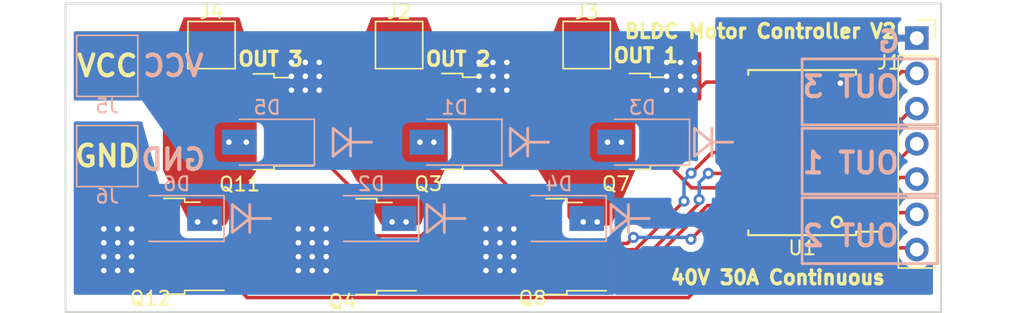
<source format=kicad_pcb>
(kicad_pcb (version 20171130) (host pcbnew "(5.0.1)-3")

  (general
    (thickness 1.6)
    (drawings 60)
    (tracks 160)
    (zones 0)
    (modules 19)
    (nets 22)
  )

  (page A4)
  (layers
    (0 F.Cu signal)
    (31 B.Cu signal)
    (32 B.Adhes user)
    (33 F.Adhes user hide)
    (34 B.Paste user)
    (35 F.Paste user hide)
    (36 B.SilkS user)
    (37 F.SilkS user hide)
    (38 B.Mask user)
    (39 F.Mask user)
    (40 Dwgs.User user)
    (41 Cmts.User user)
    (42 Eco1.User user)
    (43 Eco2.User user)
    (44 Edge.Cuts user)
    (45 Margin user)
    (46 B.CrtYd user)
    (47 F.CrtYd user)
    (48 B.Fab user)
    (49 F.Fab user)
  )

  (setup
    (last_trace_width 0.25)
    (trace_clearance 0.2)
    (zone_clearance 0.508)
    (zone_45_only no)
    (trace_min 0.2)
    (segment_width 0.2)
    (edge_width 0.15)
    (via_size 0.8)
    (via_drill 0.4)
    (via_min_size 0.4)
    (via_min_drill 0.3)
    (uvia_size 0.3)
    (uvia_drill 0.1)
    (uvias_allowed no)
    (uvia_min_size 0.2)
    (uvia_min_drill 0.1)
    (pcb_text_width 0.3)
    (pcb_text_size 1.5 1.5)
    (mod_edge_width 0.15)
    (mod_text_size 1 1)
    (mod_text_width 0.15)
    (pad_size 3 3)
    (pad_drill 0)
    (pad_to_mask_clearance 0.051)
    (solder_mask_min_width 0.25)
    (aux_axis_origin 0 0)
    (visible_elements 7FFFFFFF)
    (pcbplotparams
      (layerselection 0x010fc_ffffffff)
      (usegerberextensions false)
      (usegerberattributes false)
      (usegerberadvancedattributes false)
      (creategerberjobfile false)
      (excludeedgelayer true)
      (linewidth 0.100000)
      (plotframeref false)
      (viasonmask false)
      (mode 1)
      (useauxorigin false)
      (hpglpennumber 1)
      (hpglpenspeed 20)
      (hpglpendiameter 15.000000)
      (psnegative false)
      (psa4output false)
      (plotreference true)
      (plotvalue true)
      (plotinvisibletext false)
      (padsonsilk false)
      (subtractmaskfromsilk false)
      (outputformat 1)
      (mirror false)
      (drillshape 0)
      (scaleselection 1)
      (outputdirectory ""))
  )

  (net 0 "")
  (net 1 VCC)
  (net 2 OUT1)
  (net 3 GND)
  (net 4 OUT2)
  (net 5 OUT3)
  (net 6 MOTOR1)
  (net 7 MOTOR2)
  (net 8 MOTOR3)
  (net 9 "Net-(J1-Pad2)")
  (net 10 "Net-(J1-Pad3)")
  (net 11 "Net-(J1-Pad4)")
  (net 12 "Net-(J1-Pad5)")
  (net 13 "Net-(J1-Pad6)")
  (net 14 OUT4)
  (net 15 OUT5)
  (net 16 OUT6)
  (net 17 "Net-(U1-Pad7)")
  (net 18 "Net-(U1-Pad8)")
  (net 19 "Net-(U1-Pad11)")
  (net 20 "Net-(U1-Pad12)")
  (net 21 "Net-(J1-Pad7)")

  (net_class Default "This is the default net class."
    (clearance 0.2)
    (trace_width 0.25)
    (via_dia 0.8)
    (via_drill 0.4)
    (uvia_dia 0.3)
    (uvia_drill 0.1)
    (add_net GND)
    (add_net MOTOR1)
    (add_net MOTOR2)
    (add_net MOTOR3)
    (add_net "Net-(J1-Pad2)")
    (add_net "Net-(J1-Pad3)")
    (add_net "Net-(J1-Pad4)")
    (add_net "Net-(J1-Pad5)")
    (add_net "Net-(J1-Pad6)")
    (add_net "Net-(J1-Pad7)")
    (add_net "Net-(U1-Pad11)")
    (add_net "Net-(U1-Pad12)")
    (add_net "Net-(U1-Pad7)")
    (add_net "Net-(U1-Pad8)")
    (add_net OUT1)
    (add_net OUT2)
    (add_net OUT3)
    (add_net OUT4)
    (add_net OUT5)
    (add_net OUT6)
    (add_net VCC)
  )

  (net_class Wide ""
    (clearance 0.2)
    (trace_width 2)
    (via_dia 0.8)
    (via_drill 0.4)
    (uvia_dia 0.3)
    (uvia_drill 0.1)
  )

  (module Package_TO_SOT_SMD:TO-252-2 (layer F.Cu) (tedit 5A70A390) (tstamp 5E50C196)
    (at 148.1 57 180)
    (descr "TO-252 / DPAK SMD package, http://www.infineon.com/cms/en/product/packages/PG-TO252/PG-TO252-3-1/")
    (tags "DPAK TO-252 DPAK-3 TO-252-3 SOT-428")
    (path /5E436800)
    (attr smd)
    (fp_text reference Q3 (at 0 -4.5 180) (layer F.SilkS)
      (effects (font (size 1 1) (thickness 0.15)))
    )
    (fp_text value "P Channel 40V 30A" (at 0 4.5 180) (layer F.Fab)
      (effects (font (size 1 1) (thickness 0.15)))
    )
    (fp_line (start 3.95 -2.7) (end 4.95 -2.7) (layer F.Fab) (width 0.1))
    (fp_line (start 4.95 -2.7) (end 4.95 2.7) (layer F.Fab) (width 0.1))
    (fp_line (start 4.95 2.7) (end 3.95 2.7) (layer F.Fab) (width 0.1))
    (fp_line (start 3.95 -3.25) (end 3.95 3.25) (layer F.Fab) (width 0.1))
    (fp_line (start 3.95 3.25) (end -2.27 3.25) (layer F.Fab) (width 0.1))
    (fp_line (start -2.27 3.25) (end -2.27 -2.25) (layer F.Fab) (width 0.1))
    (fp_line (start -2.27 -2.25) (end -1.27 -3.25) (layer F.Fab) (width 0.1))
    (fp_line (start -1.27 -3.25) (end 3.95 -3.25) (layer F.Fab) (width 0.1))
    (fp_line (start -1.865 -2.655) (end -4.97 -2.655) (layer F.Fab) (width 0.1))
    (fp_line (start -4.97 -2.655) (end -4.97 -1.905) (layer F.Fab) (width 0.1))
    (fp_line (start -4.97 -1.905) (end -2.27 -1.905) (layer F.Fab) (width 0.1))
    (fp_line (start -2.27 1.905) (end -4.97 1.905) (layer F.Fab) (width 0.1))
    (fp_line (start -4.97 1.905) (end -4.97 2.655) (layer F.Fab) (width 0.1))
    (fp_line (start -4.97 2.655) (end -2.27 2.655) (layer F.Fab) (width 0.1))
    (fp_line (start -0.97 -3.45) (end -2.47 -3.45) (layer F.SilkS) (width 0.12))
    (fp_line (start -2.47 -3.45) (end -2.47 -3.18) (layer F.SilkS) (width 0.12))
    (fp_line (start -2.47 -3.18) (end -5.3 -3.18) (layer F.SilkS) (width 0.12))
    (fp_line (start -0.97 3.45) (end -2.47 3.45) (layer F.SilkS) (width 0.12))
    (fp_line (start -2.47 3.45) (end -2.47 3.18) (layer F.SilkS) (width 0.12))
    (fp_line (start -2.47 3.18) (end -3.57 3.18) (layer F.SilkS) (width 0.12))
    (fp_line (start -5.55 -3.5) (end -5.55 3.5) (layer F.CrtYd) (width 0.05))
    (fp_line (start -5.55 3.5) (end 5.55 3.5) (layer F.CrtYd) (width 0.05))
    (fp_line (start 5.55 3.5) (end 5.55 -3.5) (layer F.CrtYd) (width 0.05))
    (fp_line (start 5.55 -3.5) (end -5.55 -3.5) (layer F.CrtYd) (width 0.05))
    (fp_text user %R (at 0 0 180) (layer F.Fab)
      (effects (font (size 1 1) (thickness 0.15)))
    )
    (pad 1 smd rect (at -4.2 -2.28 180) (size 2.2 1.2) (layers F.Cu F.Paste F.Mask)
      (net 2 OUT1))
    (pad 3 smd rect (at -4.2 2.28 180) (size 2.2 1.2) (layers F.Cu F.Paste F.Mask)
      (net 1 VCC))
    (pad 2 smd rect (at 2.1 0 180) (size 6.4 5.8) (layers F.Cu F.Mask)
      (net 6 MOTOR1))
    (pad "" smd rect (at 3.775 1.525 180) (size 3.05 2.75) (layers F.Paste))
    (pad "" smd rect (at 0.425 -1.525 180) (size 3.05 2.75) (layers F.Paste))
    (pad "" smd rect (at 3.775 -1.525 180) (size 3.05 2.75) (layers F.Paste))
    (pad "" smd rect (at 0.425 1.525 180) (size 3.05 2.75) (layers F.Paste))
    (model ${KISYS3DMOD}/Package_TO_SOT_SMD.3dshapes/TO-252-2.wrl
      (at (xyz 0 0 0))
      (scale (xyz 1 1 1))
      (rotate (xyz 0 0 0))
    )
  )

  (module Diode_SMD:D_SMA (layer B.Cu) (tedit 586432E5) (tstamp 5E50C0B3)
    (at 150 58.5 180)
    (descr "Diode SMA (DO-214AC)")
    (tags "Diode SMA (DO-214AC)")
    (path /5E436CBB)
    (attr smd)
    (fp_text reference D1 (at 0 2.5 180) (layer B.SilkS)
      (effects (font (size 1 1) (thickness 0.15)) (justify mirror))
    )
    (fp_text value D (at 0 -2.6 180) (layer B.Fab)
      (effects (font (size 1 1) (thickness 0.15)) (justify mirror))
    )
    (fp_text user %R (at 0 2.5 180) (layer B.Fab)
      (effects (font (size 1 1) (thickness 0.15)) (justify mirror))
    )
    (fp_line (start -3.4 1.65) (end -3.4 -1.65) (layer B.SilkS) (width 0.12))
    (fp_line (start 2.3 -1.5) (end -2.3 -1.5) (layer B.Fab) (width 0.1))
    (fp_line (start -2.3 -1.5) (end -2.3 1.5) (layer B.Fab) (width 0.1))
    (fp_line (start 2.3 1.5) (end 2.3 -1.5) (layer B.Fab) (width 0.1))
    (fp_line (start 2.3 1.5) (end -2.3 1.5) (layer B.Fab) (width 0.1))
    (fp_line (start -3.5 1.75) (end 3.5 1.75) (layer B.CrtYd) (width 0.05))
    (fp_line (start 3.5 1.75) (end 3.5 -1.75) (layer B.CrtYd) (width 0.05))
    (fp_line (start 3.5 -1.75) (end -3.5 -1.75) (layer B.CrtYd) (width 0.05))
    (fp_line (start -3.5 -1.75) (end -3.5 1.75) (layer B.CrtYd) (width 0.05))
    (fp_line (start -0.64944 -0.00102) (end -1.55114 -0.00102) (layer B.Fab) (width 0.1))
    (fp_line (start 0.50118 -0.00102) (end 1.4994 -0.00102) (layer B.Fab) (width 0.1))
    (fp_line (start -0.64944 0.79908) (end -0.64944 -0.80112) (layer B.Fab) (width 0.1))
    (fp_line (start 0.50118 -0.75032) (end 0.50118 0.79908) (layer B.Fab) (width 0.1))
    (fp_line (start -0.64944 -0.00102) (end 0.50118 -0.75032) (layer B.Fab) (width 0.1))
    (fp_line (start -0.64944 -0.00102) (end 0.50118 0.79908) (layer B.Fab) (width 0.1))
    (fp_line (start -3.4 -1.65) (end 2 -1.65) (layer B.SilkS) (width 0.12))
    (fp_line (start -3.4 1.65) (end 2 1.65) (layer B.SilkS) (width 0.12))
    (pad 1 smd rect (at -2 0 180) (size 2.5 1.8) (layers B.Cu B.Paste B.Mask)
      (net 1 VCC))
    (pad 2 smd rect (at 2 0 180) (size 2.5 1.8) (layers B.Cu B.Paste B.Mask)
      (net 6 MOTOR1))
    (model ${KISYS3DMOD}/Diode_SMD.3dshapes/D_SMA.wrl
      (at (xyz 0 0 0))
      (scale (xyz 1 1 1))
      (rotate (xyz 0 0 0))
    )
  )

  (module Diode_SMD:D_SMA (layer B.Cu) (tedit 586432E5) (tstamp 5E50C0CB)
    (at 144 64 180)
    (descr "Diode SMA (DO-214AC)")
    (tags "Diode SMA (DO-214AC)")
    (path /5E436D7D)
    (attr smd)
    (fp_text reference D2 (at 0 2.5 180) (layer B.SilkS)
      (effects (font (size 1 1) (thickness 0.15)) (justify mirror))
    )
    (fp_text value D (at 0 -2.6 180) (layer B.Fab)
      (effects (font (size 1 1) (thickness 0.15)) (justify mirror))
    )
    (fp_line (start -3.4 1.65) (end 2 1.65) (layer B.SilkS) (width 0.12))
    (fp_line (start -3.4 -1.65) (end 2 -1.65) (layer B.SilkS) (width 0.12))
    (fp_line (start -0.64944 -0.00102) (end 0.50118 0.79908) (layer B.Fab) (width 0.1))
    (fp_line (start -0.64944 -0.00102) (end 0.50118 -0.75032) (layer B.Fab) (width 0.1))
    (fp_line (start 0.50118 -0.75032) (end 0.50118 0.79908) (layer B.Fab) (width 0.1))
    (fp_line (start -0.64944 0.79908) (end -0.64944 -0.80112) (layer B.Fab) (width 0.1))
    (fp_line (start 0.50118 -0.00102) (end 1.4994 -0.00102) (layer B.Fab) (width 0.1))
    (fp_line (start -0.64944 -0.00102) (end -1.55114 -0.00102) (layer B.Fab) (width 0.1))
    (fp_line (start -3.5 -1.75) (end -3.5 1.75) (layer B.CrtYd) (width 0.05))
    (fp_line (start 3.5 -1.75) (end -3.5 -1.75) (layer B.CrtYd) (width 0.05))
    (fp_line (start 3.5 1.75) (end 3.5 -1.75) (layer B.CrtYd) (width 0.05))
    (fp_line (start -3.5 1.75) (end 3.5 1.75) (layer B.CrtYd) (width 0.05))
    (fp_line (start 2.3 1.5) (end -2.3 1.5) (layer B.Fab) (width 0.1))
    (fp_line (start 2.3 1.5) (end 2.3 -1.5) (layer B.Fab) (width 0.1))
    (fp_line (start -2.3 -1.5) (end -2.3 1.5) (layer B.Fab) (width 0.1))
    (fp_line (start 2.3 -1.5) (end -2.3 -1.5) (layer B.Fab) (width 0.1))
    (fp_line (start -3.4 1.65) (end -3.4 -1.65) (layer B.SilkS) (width 0.12))
    (fp_text user %R (at 0 2.5 180) (layer B.Fab)
      (effects (font (size 1 1) (thickness 0.15)) (justify mirror))
    )
    (pad 2 smd rect (at 2 0 180) (size 2.5 1.8) (layers B.Cu B.Paste B.Mask)
      (net 3 GND))
    (pad 1 smd rect (at -2 0 180) (size 2.5 1.8) (layers B.Cu B.Paste B.Mask)
      (net 6 MOTOR1))
    (model ${KISYS3DMOD}/Diode_SMD.3dshapes/D_SMA.wrl
      (at (xyz 0 0 0))
      (scale (xyz 1 1 1))
      (rotate (xyz 0 0 0))
    )
  )

  (module Diode_SMD:D_SMA (layer B.Cu) (tedit 586432E5) (tstamp 5E50C0E3)
    (at 163.5 58.5 180)
    (descr "Diode SMA (DO-214AC)")
    (tags "Diode SMA (DO-214AC)")
    (path /5E4385CD)
    (attr smd)
    (fp_text reference D3 (at 0 2.5 180) (layer B.SilkS)
      (effects (font (size 1 1) (thickness 0.15)) (justify mirror))
    )
    (fp_text value D (at 0 -2.6 180) (layer B.Fab)
      (effects (font (size 1 1) (thickness 0.15)) (justify mirror))
    )
    (fp_text user %R (at 0 2.5 180) (layer B.Fab)
      (effects (font (size 1 1) (thickness 0.15)) (justify mirror))
    )
    (fp_line (start -3.4 1.65) (end -3.4 -1.65) (layer B.SilkS) (width 0.12))
    (fp_line (start 2.3 -1.5) (end -2.3 -1.5) (layer B.Fab) (width 0.1))
    (fp_line (start -2.3 -1.5) (end -2.3 1.5) (layer B.Fab) (width 0.1))
    (fp_line (start 2.3 1.5) (end 2.3 -1.5) (layer B.Fab) (width 0.1))
    (fp_line (start 2.3 1.5) (end -2.3 1.5) (layer B.Fab) (width 0.1))
    (fp_line (start -3.5 1.75) (end 3.5 1.75) (layer B.CrtYd) (width 0.05))
    (fp_line (start 3.5 1.75) (end 3.5 -1.75) (layer B.CrtYd) (width 0.05))
    (fp_line (start 3.5 -1.75) (end -3.5 -1.75) (layer B.CrtYd) (width 0.05))
    (fp_line (start -3.5 -1.75) (end -3.5 1.75) (layer B.CrtYd) (width 0.05))
    (fp_line (start -0.64944 -0.00102) (end -1.55114 -0.00102) (layer B.Fab) (width 0.1))
    (fp_line (start 0.50118 -0.00102) (end 1.4994 -0.00102) (layer B.Fab) (width 0.1))
    (fp_line (start -0.64944 0.79908) (end -0.64944 -0.80112) (layer B.Fab) (width 0.1))
    (fp_line (start 0.50118 -0.75032) (end 0.50118 0.79908) (layer B.Fab) (width 0.1))
    (fp_line (start -0.64944 -0.00102) (end 0.50118 -0.75032) (layer B.Fab) (width 0.1))
    (fp_line (start -0.64944 -0.00102) (end 0.50118 0.79908) (layer B.Fab) (width 0.1))
    (fp_line (start -3.4 -1.65) (end 2 -1.65) (layer B.SilkS) (width 0.12))
    (fp_line (start -3.4 1.65) (end 2 1.65) (layer B.SilkS) (width 0.12))
    (pad 1 smd rect (at -2 0 180) (size 2.5 1.8) (layers B.Cu B.Paste B.Mask)
      (net 1 VCC))
    (pad 2 smd rect (at 2 0 180) (size 2.5 1.8) (layers B.Cu B.Paste B.Mask)
      (net 7 MOTOR2))
    (model ${KISYS3DMOD}/Diode_SMD.3dshapes/D_SMA.wrl
      (at (xyz 0 0 0))
      (scale (xyz 1 1 1))
      (rotate (xyz 0 0 0))
    )
  )

  (module Diode_SMD:D_SMA (layer B.Cu) (tedit 586432E5) (tstamp 5E50C0FB)
    (at 157.5 64 180)
    (descr "Diode SMA (DO-214AC)")
    (tags "Diode SMA (DO-214AC)")
    (path /5E4385D4)
    (attr smd)
    (fp_text reference D4 (at 0 2.5 180) (layer B.SilkS)
      (effects (font (size 1 1) (thickness 0.15)) (justify mirror))
    )
    (fp_text value D (at 0 -2.6 180) (layer B.Fab)
      (effects (font (size 1 1) (thickness 0.15)) (justify mirror))
    )
    (fp_line (start -3.4 1.65) (end 2 1.65) (layer B.SilkS) (width 0.12))
    (fp_line (start -3.4 -1.65) (end 2 -1.65) (layer B.SilkS) (width 0.12))
    (fp_line (start -0.64944 -0.00102) (end 0.50118 0.79908) (layer B.Fab) (width 0.1))
    (fp_line (start -0.64944 -0.00102) (end 0.50118 -0.75032) (layer B.Fab) (width 0.1))
    (fp_line (start 0.50118 -0.75032) (end 0.50118 0.79908) (layer B.Fab) (width 0.1))
    (fp_line (start -0.64944 0.79908) (end -0.64944 -0.80112) (layer B.Fab) (width 0.1))
    (fp_line (start 0.50118 -0.00102) (end 1.4994 -0.00102) (layer B.Fab) (width 0.1))
    (fp_line (start -0.64944 -0.00102) (end -1.55114 -0.00102) (layer B.Fab) (width 0.1))
    (fp_line (start -3.5 -1.75) (end -3.5 1.75) (layer B.CrtYd) (width 0.05))
    (fp_line (start 3.5 -1.75) (end -3.5 -1.75) (layer B.CrtYd) (width 0.05))
    (fp_line (start 3.5 1.75) (end 3.5 -1.75) (layer B.CrtYd) (width 0.05))
    (fp_line (start -3.5 1.75) (end 3.5 1.75) (layer B.CrtYd) (width 0.05))
    (fp_line (start 2.3 1.5) (end -2.3 1.5) (layer B.Fab) (width 0.1))
    (fp_line (start 2.3 1.5) (end 2.3 -1.5) (layer B.Fab) (width 0.1))
    (fp_line (start -2.3 -1.5) (end -2.3 1.5) (layer B.Fab) (width 0.1))
    (fp_line (start 2.3 -1.5) (end -2.3 -1.5) (layer B.Fab) (width 0.1))
    (fp_line (start -3.4 1.65) (end -3.4 -1.65) (layer B.SilkS) (width 0.12))
    (fp_text user %R (at 0 2.5 180) (layer B.Fab)
      (effects (font (size 1 1) (thickness 0.15)) (justify mirror))
    )
    (pad 2 smd rect (at 2 0 180) (size 2.5 1.8) (layers B.Cu B.Paste B.Mask)
      (net 3 GND))
    (pad 1 smd rect (at -2 0 180) (size 2.5 1.8) (layers B.Cu B.Paste B.Mask)
      (net 7 MOTOR2))
    (model ${KISYS3DMOD}/Diode_SMD.3dshapes/D_SMA.wrl
      (at (xyz 0 0 0))
      (scale (xyz 1 1 1))
      (rotate (xyz 0 0 0))
    )
  )

  (module Diode_SMD:D_SMA (layer B.Cu) (tedit 586432E5) (tstamp 5E50C113)
    (at 136.5 58.5 180)
    (descr "Diode SMA (DO-214AC)")
    (tags "Diode SMA (DO-214AC)")
    (path /5E4396DA)
    (attr smd)
    (fp_text reference D5 (at 0 2.5 180) (layer B.SilkS)
      (effects (font (size 1 1) (thickness 0.15)) (justify mirror))
    )
    (fp_text value D (at 0 -2.6 180) (layer B.Fab)
      (effects (font (size 1 1) (thickness 0.15)) (justify mirror))
    )
    (fp_text user %R (at 0 2.5 180) (layer B.Fab)
      (effects (font (size 1 1) (thickness 0.15)) (justify mirror))
    )
    (fp_line (start -3.4 1.65) (end -3.4 -1.65) (layer B.SilkS) (width 0.12))
    (fp_line (start 2.3 -1.5) (end -2.3 -1.5) (layer B.Fab) (width 0.1))
    (fp_line (start -2.3 -1.5) (end -2.3 1.5) (layer B.Fab) (width 0.1))
    (fp_line (start 2.3 1.5) (end 2.3 -1.5) (layer B.Fab) (width 0.1))
    (fp_line (start 2.3 1.5) (end -2.3 1.5) (layer B.Fab) (width 0.1))
    (fp_line (start -3.5 1.75) (end 3.5 1.75) (layer B.CrtYd) (width 0.05))
    (fp_line (start 3.5 1.75) (end 3.5 -1.75) (layer B.CrtYd) (width 0.05))
    (fp_line (start 3.5 -1.75) (end -3.5 -1.75) (layer B.CrtYd) (width 0.05))
    (fp_line (start -3.5 -1.75) (end -3.5 1.75) (layer B.CrtYd) (width 0.05))
    (fp_line (start -0.64944 -0.00102) (end -1.55114 -0.00102) (layer B.Fab) (width 0.1))
    (fp_line (start 0.50118 -0.00102) (end 1.4994 -0.00102) (layer B.Fab) (width 0.1))
    (fp_line (start -0.64944 0.79908) (end -0.64944 -0.80112) (layer B.Fab) (width 0.1))
    (fp_line (start 0.50118 -0.75032) (end 0.50118 0.79908) (layer B.Fab) (width 0.1))
    (fp_line (start -0.64944 -0.00102) (end 0.50118 -0.75032) (layer B.Fab) (width 0.1))
    (fp_line (start -0.64944 -0.00102) (end 0.50118 0.79908) (layer B.Fab) (width 0.1))
    (fp_line (start -3.4 -1.65) (end 2 -1.65) (layer B.SilkS) (width 0.12))
    (fp_line (start -3.4 1.65) (end 2 1.65) (layer B.SilkS) (width 0.12))
    (pad 1 smd rect (at -2 0 180) (size 2.5 1.8) (layers B.Cu B.Paste B.Mask)
      (net 1 VCC))
    (pad 2 smd rect (at 2 0 180) (size 2.5 1.8) (layers B.Cu B.Paste B.Mask)
      (net 8 MOTOR3))
    (model ${KISYS3DMOD}/Diode_SMD.3dshapes/D_SMA.wrl
      (at (xyz 0 0 0))
      (scale (xyz 1 1 1))
      (rotate (xyz 0 0 0))
    )
  )

  (module Diode_SMD:D_SMA (layer B.Cu) (tedit 586432E5) (tstamp 5E50C12B)
    (at 130 64 180)
    (descr "Diode SMA (DO-214AC)")
    (tags "Diode SMA (DO-214AC)")
    (path /5E4396E1)
    (attr smd)
    (fp_text reference D6 (at 0 2.5 180) (layer B.SilkS)
      (effects (font (size 1 1) (thickness 0.15)) (justify mirror))
    )
    (fp_text value D (at 0 -2.6 180) (layer B.Fab)
      (effects (font (size 1 1) (thickness 0.15)) (justify mirror))
    )
    (fp_line (start -3.4 1.65) (end 2 1.65) (layer B.SilkS) (width 0.12))
    (fp_line (start -3.4 -1.65) (end 2 -1.65) (layer B.SilkS) (width 0.12))
    (fp_line (start -0.64944 -0.00102) (end 0.50118 0.79908) (layer B.Fab) (width 0.1))
    (fp_line (start -0.64944 -0.00102) (end 0.50118 -0.75032) (layer B.Fab) (width 0.1))
    (fp_line (start 0.50118 -0.75032) (end 0.50118 0.79908) (layer B.Fab) (width 0.1))
    (fp_line (start -0.64944 0.79908) (end -0.64944 -0.80112) (layer B.Fab) (width 0.1))
    (fp_line (start 0.50118 -0.00102) (end 1.4994 -0.00102) (layer B.Fab) (width 0.1))
    (fp_line (start -0.64944 -0.00102) (end -1.55114 -0.00102) (layer B.Fab) (width 0.1))
    (fp_line (start -3.5 -1.75) (end -3.5 1.75) (layer B.CrtYd) (width 0.05))
    (fp_line (start 3.5 -1.75) (end -3.5 -1.75) (layer B.CrtYd) (width 0.05))
    (fp_line (start 3.5 1.75) (end 3.5 -1.75) (layer B.CrtYd) (width 0.05))
    (fp_line (start -3.5 1.75) (end 3.5 1.75) (layer B.CrtYd) (width 0.05))
    (fp_line (start 2.3 1.5) (end -2.3 1.5) (layer B.Fab) (width 0.1))
    (fp_line (start 2.3 1.5) (end 2.3 -1.5) (layer B.Fab) (width 0.1))
    (fp_line (start -2.3 -1.5) (end -2.3 1.5) (layer B.Fab) (width 0.1))
    (fp_line (start 2.3 -1.5) (end -2.3 -1.5) (layer B.Fab) (width 0.1))
    (fp_line (start -3.4 1.65) (end -3.4 -1.65) (layer B.SilkS) (width 0.12))
    (fp_text user %R (at 0 2.5 180) (layer B.Fab)
      (effects (font (size 1 1) (thickness 0.15)) (justify mirror))
    )
    (pad 2 smd rect (at 2 0 180) (size 2.5 1.8) (layers B.Cu B.Paste B.Mask)
      (net 3 GND))
    (pad 1 smd rect (at -2 0 180) (size 2.5 1.8) (layers B.Cu B.Paste B.Mask)
      (net 8 MOTOR3))
    (model ${KISYS3DMOD}/Diode_SMD.3dshapes/D_SMA.wrl
      (at (xyz 0 0 0))
      (scale (xyz 1 1 1))
      (rotate (xyz 0 0 0))
    )
  )

  (module Package_TO_SOT_SMD:TO-252-2 (layer F.Cu) (tedit 5A70A390) (tstamp 5E50C1BA)
    (at 141.925 66.025 180)
    (descr "TO-252 / DPAK SMD package, http://www.infineon.com/cms/en/product/packages/PG-TO252/PG-TO252-3-1/")
    (tags "DPAK TO-252 DPAK-3 TO-252-3 SOT-428")
    (path /5E436BE9)
    (attr smd)
    (fp_text reference Q4 (at 0 -3.975 180) (layer F.SilkS)
      (effects (font (size 1 1) (thickness 0.15)))
    )
    (fp_text value "N Channel 40V 30A" (at 0 4.5 180) (layer F.Fab)
      (effects (font (size 1 1) (thickness 0.15)))
    )
    (fp_text user %R (at 0 0 180) (layer F.Fab)
      (effects (font (size 1 1) (thickness 0.15)))
    )
    (fp_line (start 5.55 -3.5) (end -5.55 -3.5) (layer F.CrtYd) (width 0.05))
    (fp_line (start 5.55 3.5) (end 5.55 -3.5) (layer F.CrtYd) (width 0.05))
    (fp_line (start -5.55 3.5) (end 5.55 3.5) (layer F.CrtYd) (width 0.05))
    (fp_line (start -5.55 -3.5) (end -5.55 3.5) (layer F.CrtYd) (width 0.05))
    (fp_line (start -2.47 3.18) (end -3.57 3.18) (layer F.SilkS) (width 0.12))
    (fp_line (start -2.47 3.45) (end -2.47 3.18) (layer F.SilkS) (width 0.12))
    (fp_line (start -0.97 3.45) (end -2.47 3.45) (layer F.SilkS) (width 0.12))
    (fp_line (start -2.47 -3.18) (end -5.3 -3.18) (layer F.SilkS) (width 0.12))
    (fp_line (start -2.47 -3.45) (end -2.47 -3.18) (layer F.SilkS) (width 0.12))
    (fp_line (start -0.97 -3.45) (end -2.47 -3.45) (layer F.SilkS) (width 0.12))
    (fp_line (start -4.97 2.655) (end -2.27 2.655) (layer F.Fab) (width 0.1))
    (fp_line (start -4.97 1.905) (end -4.97 2.655) (layer F.Fab) (width 0.1))
    (fp_line (start -2.27 1.905) (end -4.97 1.905) (layer F.Fab) (width 0.1))
    (fp_line (start -4.97 -1.905) (end -2.27 -1.905) (layer F.Fab) (width 0.1))
    (fp_line (start -4.97 -2.655) (end -4.97 -1.905) (layer F.Fab) (width 0.1))
    (fp_line (start -1.865 -2.655) (end -4.97 -2.655) (layer F.Fab) (width 0.1))
    (fp_line (start -1.27 -3.25) (end 3.95 -3.25) (layer F.Fab) (width 0.1))
    (fp_line (start -2.27 -2.25) (end -1.27 -3.25) (layer F.Fab) (width 0.1))
    (fp_line (start -2.27 3.25) (end -2.27 -2.25) (layer F.Fab) (width 0.1))
    (fp_line (start 3.95 3.25) (end -2.27 3.25) (layer F.Fab) (width 0.1))
    (fp_line (start 3.95 -3.25) (end 3.95 3.25) (layer F.Fab) (width 0.1))
    (fp_line (start 4.95 2.7) (end 3.95 2.7) (layer F.Fab) (width 0.1))
    (fp_line (start 4.95 -2.7) (end 4.95 2.7) (layer F.Fab) (width 0.1))
    (fp_line (start 3.95 -2.7) (end 4.95 -2.7) (layer F.Fab) (width 0.1))
    (pad "" smd rect (at 0.425 1.525 180) (size 3.05 2.75) (layers F.Paste))
    (pad "" smd rect (at 3.775 -1.525 180) (size 3.05 2.75) (layers F.Paste))
    (pad "" smd rect (at 0.425 -1.525 180) (size 3.05 2.75) (layers F.Paste))
    (pad "" smd rect (at 3.775 1.525 180) (size 3.05 2.75) (layers F.Paste))
    (pad 2 smd rect (at 2.1 0 180) (size 6.4 5.8) (layers F.Cu F.Mask)
      (net 3 GND))
    (pad 3 smd rect (at -4.2 2.28 180) (size 2.2 1.2) (layers F.Cu F.Paste F.Mask)
      (net 6 MOTOR1))
    (pad 1 smd rect (at -4.2 -2.28 180) (size 2.2 1.2) (layers F.Cu F.Paste F.Mask)
      (net 4 OUT2))
    (model ${KISYS3DMOD}/Package_TO_SOT_SMD.3dshapes/TO-252-2.wrl
      (at (xyz 0 0 0))
      (scale (xyz 1 1 1))
      (rotate (xyz 0 0 0))
    )
  )

  (module Package_TO_SOT_SMD:TO-252-2 (layer F.Cu) (tedit 5A70A390) (tstamp 5E50C1DE)
    (at 161.6 57 180)
    (descr "TO-252 / DPAK SMD package, http://www.infineon.com/cms/en/product/packages/PG-TO252/PG-TO252-3-1/")
    (tags "DPAK TO-252 DPAK-3 TO-252-3 SOT-428")
    (path /5E4385BF)
    (attr smd)
    (fp_text reference Q7 (at 0 -4.5 180) (layer F.SilkS)
      (effects (font (size 1 1) (thickness 0.15)))
    )
    (fp_text value "P Channel 40V 30A" (at 0 4.5 180) (layer F.Fab)
      (effects (font (size 1 1) (thickness 0.15)))
    )
    (fp_line (start 3.95 -2.7) (end 4.95 -2.7) (layer F.Fab) (width 0.1))
    (fp_line (start 4.95 -2.7) (end 4.95 2.7) (layer F.Fab) (width 0.1))
    (fp_line (start 4.95 2.7) (end 3.95 2.7) (layer F.Fab) (width 0.1))
    (fp_line (start 3.95 -3.25) (end 3.95 3.25) (layer F.Fab) (width 0.1))
    (fp_line (start 3.95 3.25) (end -2.27 3.25) (layer F.Fab) (width 0.1))
    (fp_line (start -2.27 3.25) (end -2.27 -2.25) (layer F.Fab) (width 0.1))
    (fp_line (start -2.27 -2.25) (end -1.27 -3.25) (layer F.Fab) (width 0.1))
    (fp_line (start -1.27 -3.25) (end 3.95 -3.25) (layer F.Fab) (width 0.1))
    (fp_line (start -1.865 -2.655) (end -4.97 -2.655) (layer F.Fab) (width 0.1))
    (fp_line (start -4.97 -2.655) (end -4.97 -1.905) (layer F.Fab) (width 0.1))
    (fp_line (start -4.97 -1.905) (end -2.27 -1.905) (layer F.Fab) (width 0.1))
    (fp_line (start -2.27 1.905) (end -4.97 1.905) (layer F.Fab) (width 0.1))
    (fp_line (start -4.97 1.905) (end -4.97 2.655) (layer F.Fab) (width 0.1))
    (fp_line (start -4.97 2.655) (end -2.27 2.655) (layer F.Fab) (width 0.1))
    (fp_line (start -0.97 -3.45) (end -2.47 -3.45) (layer F.SilkS) (width 0.12))
    (fp_line (start -2.47 -3.45) (end -2.47 -3.18) (layer F.SilkS) (width 0.12))
    (fp_line (start -2.47 -3.18) (end -5.3 -3.18) (layer F.SilkS) (width 0.12))
    (fp_line (start -0.97 3.45) (end -2.47 3.45) (layer F.SilkS) (width 0.12))
    (fp_line (start -2.47 3.45) (end -2.47 3.18) (layer F.SilkS) (width 0.12))
    (fp_line (start -2.47 3.18) (end -3.57 3.18) (layer F.SilkS) (width 0.12))
    (fp_line (start -5.55 -3.5) (end -5.55 3.5) (layer F.CrtYd) (width 0.05))
    (fp_line (start -5.55 3.5) (end 5.55 3.5) (layer F.CrtYd) (width 0.05))
    (fp_line (start 5.55 3.5) (end 5.55 -3.5) (layer F.CrtYd) (width 0.05))
    (fp_line (start 5.55 -3.5) (end -5.55 -3.5) (layer F.CrtYd) (width 0.05))
    (fp_text user %R (at 0 0 180) (layer F.Fab)
      (effects (font (size 1 1) (thickness 0.15)))
    )
    (pad 1 smd rect (at -4.2 -2.28 180) (size 2.2 1.2) (layers F.Cu F.Paste F.Mask)
      (net 5 OUT3))
    (pad 3 smd rect (at -4.2 2.28 180) (size 2.2 1.2) (layers F.Cu F.Paste F.Mask)
      (net 1 VCC))
    (pad 2 smd rect (at 2.1 0 180) (size 6.4 5.8) (layers F.Cu F.Mask)
      (net 7 MOTOR2))
    (pad "" smd rect (at 3.775 1.525 180) (size 3.05 2.75) (layers F.Paste))
    (pad "" smd rect (at 0.425 -1.525 180) (size 3.05 2.75) (layers F.Paste))
    (pad "" smd rect (at 3.775 -1.525 180) (size 3.05 2.75) (layers F.Paste))
    (pad "" smd rect (at 0.425 1.525 180) (size 3.05 2.75) (layers F.Paste))
    (model ${KISYS3DMOD}/Package_TO_SOT_SMD.3dshapes/TO-252-2.wrl
      (at (xyz 0 0 0))
      (scale (xyz 1 1 1))
      (rotate (xyz 0 0 0))
    )
  )

  (module Package_TO_SOT_SMD:TO-252-2 (layer F.Cu) (tedit 5A70A390) (tstamp 5E50C202)
    (at 155.6 66.025 180)
    (descr "TO-252 / DPAK SMD package, http://www.infineon.com/cms/en/product/packages/PG-TO252/PG-TO252-3-1/")
    (tags "DPAK TO-252 DPAK-3 TO-252-3 SOT-428")
    (path /5E4385C6)
    (attr smd)
    (fp_text reference Q8 (at 0 -3.725 180) (layer F.SilkS)
      (effects (font (size 1 1) (thickness 0.15)))
    )
    (fp_text value "N Channel 40V 30A" (at 0 4.5 180) (layer F.Fab)
      (effects (font (size 1 1) (thickness 0.15)))
    )
    (fp_text user %R (at 0 0 180) (layer F.Fab)
      (effects (font (size 1 1) (thickness 0.15)))
    )
    (fp_line (start 5.55 -3.5) (end -5.55 -3.5) (layer F.CrtYd) (width 0.05))
    (fp_line (start 5.55 3.5) (end 5.55 -3.5) (layer F.CrtYd) (width 0.05))
    (fp_line (start -5.55 3.5) (end 5.55 3.5) (layer F.CrtYd) (width 0.05))
    (fp_line (start -5.55 -3.5) (end -5.55 3.5) (layer F.CrtYd) (width 0.05))
    (fp_line (start -2.47 3.18) (end -3.57 3.18) (layer F.SilkS) (width 0.12))
    (fp_line (start -2.47 3.45) (end -2.47 3.18) (layer F.SilkS) (width 0.12))
    (fp_line (start -0.97 3.45) (end -2.47 3.45) (layer F.SilkS) (width 0.12))
    (fp_line (start -2.47 -3.18) (end -5.3 -3.18) (layer F.SilkS) (width 0.12))
    (fp_line (start -2.47 -3.45) (end -2.47 -3.18) (layer F.SilkS) (width 0.12))
    (fp_line (start -0.97 -3.45) (end -2.47 -3.45) (layer F.SilkS) (width 0.12))
    (fp_line (start -4.97 2.655) (end -2.27 2.655) (layer F.Fab) (width 0.1))
    (fp_line (start -4.97 1.905) (end -4.97 2.655) (layer F.Fab) (width 0.1))
    (fp_line (start -2.27 1.905) (end -4.97 1.905) (layer F.Fab) (width 0.1))
    (fp_line (start -4.97 -1.905) (end -2.27 -1.905) (layer F.Fab) (width 0.1))
    (fp_line (start -4.97 -2.655) (end -4.97 -1.905) (layer F.Fab) (width 0.1))
    (fp_line (start -1.865 -2.655) (end -4.97 -2.655) (layer F.Fab) (width 0.1))
    (fp_line (start -1.27 -3.25) (end 3.95 -3.25) (layer F.Fab) (width 0.1))
    (fp_line (start -2.27 -2.25) (end -1.27 -3.25) (layer F.Fab) (width 0.1))
    (fp_line (start -2.27 3.25) (end -2.27 -2.25) (layer F.Fab) (width 0.1))
    (fp_line (start 3.95 3.25) (end -2.27 3.25) (layer F.Fab) (width 0.1))
    (fp_line (start 3.95 -3.25) (end 3.95 3.25) (layer F.Fab) (width 0.1))
    (fp_line (start 4.95 2.7) (end 3.95 2.7) (layer F.Fab) (width 0.1))
    (fp_line (start 4.95 -2.7) (end 4.95 2.7) (layer F.Fab) (width 0.1))
    (fp_line (start 3.95 -2.7) (end 4.95 -2.7) (layer F.Fab) (width 0.1))
    (pad "" smd rect (at 0.425 1.525 180) (size 3.05 2.75) (layers F.Paste))
    (pad "" smd rect (at 3.775 -1.525 180) (size 3.05 2.75) (layers F.Paste))
    (pad "" smd rect (at 0.425 -1.525 180) (size 3.05 2.75) (layers F.Paste))
    (pad "" smd rect (at 3.775 1.525 180) (size 3.05 2.75) (layers F.Paste))
    (pad 2 smd rect (at 2.1 0 180) (size 6.4 5.8) (layers F.Cu F.Mask)
      (net 3 GND))
    (pad 3 smd rect (at -4.2 2.28 180) (size 2.2 1.2) (layers F.Cu F.Paste F.Mask)
      (net 7 MOTOR2))
    (pad 1 smd rect (at -4.2 -2.28 180) (size 2.2 1.2) (layers F.Cu F.Paste F.Mask)
      (net 14 OUT4))
    (model ${KISYS3DMOD}/Package_TO_SOT_SMD.3dshapes/TO-252-2.wrl
      (at (xyz 0 0 0))
      (scale (xyz 1 1 1))
      (rotate (xyz 0 0 0))
    )
  )

  (module Package_TO_SOT_SMD:TO-252-2 (layer F.Cu) (tedit 5A70A390) (tstamp 5E50C226)
    (at 134.525 57.025 180)
    (descr "TO-252 / DPAK SMD package, http://www.infineon.com/cms/en/product/packages/PG-TO252/PG-TO252-3-1/")
    (tags "DPAK TO-252 DPAK-3 TO-252-3 SOT-428")
    (path /5E4396CC)
    (attr smd)
    (fp_text reference Q11 (at 0 -4.5 180) (layer F.SilkS)
      (effects (font (size 1 1) (thickness 0.15)))
    )
    (fp_text value "P Channel 40V 30A" (at 0 4.5 180) (layer F.Fab)
      (effects (font (size 1 1) (thickness 0.15)))
    )
    (fp_text user %R (at 0 0 180) (layer F.Fab)
      (effects (font (size 1 1) (thickness 0.15)))
    )
    (fp_line (start 5.55 -3.5) (end -5.55 -3.5) (layer F.CrtYd) (width 0.05))
    (fp_line (start 5.55 3.5) (end 5.55 -3.5) (layer F.CrtYd) (width 0.05))
    (fp_line (start -5.55 3.5) (end 5.55 3.5) (layer F.CrtYd) (width 0.05))
    (fp_line (start -5.55 -3.5) (end -5.55 3.5) (layer F.CrtYd) (width 0.05))
    (fp_line (start -2.47 3.18) (end -3.57 3.18) (layer F.SilkS) (width 0.12))
    (fp_line (start -2.47 3.45) (end -2.47 3.18) (layer F.SilkS) (width 0.12))
    (fp_line (start -0.97 3.45) (end -2.47 3.45) (layer F.SilkS) (width 0.12))
    (fp_line (start -2.47 -3.18) (end -5.3 -3.18) (layer F.SilkS) (width 0.12))
    (fp_line (start -2.47 -3.45) (end -2.47 -3.18) (layer F.SilkS) (width 0.12))
    (fp_line (start -0.97 -3.45) (end -2.47 -3.45) (layer F.SilkS) (width 0.12))
    (fp_line (start -4.97 2.655) (end -2.27 2.655) (layer F.Fab) (width 0.1))
    (fp_line (start -4.97 1.905) (end -4.97 2.655) (layer F.Fab) (width 0.1))
    (fp_line (start -2.27 1.905) (end -4.97 1.905) (layer F.Fab) (width 0.1))
    (fp_line (start -4.97 -1.905) (end -2.27 -1.905) (layer F.Fab) (width 0.1))
    (fp_line (start -4.97 -2.655) (end -4.97 -1.905) (layer F.Fab) (width 0.1))
    (fp_line (start -1.865 -2.655) (end -4.97 -2.655) (layer F.Fab) (width 0.1))
    (fp_line (start -1.27 -3.25) (end 3.95 -3.25) (layer F.Fab) (width 0.1))
    (fp_line (start -2.27 -2.25) (end -1.27 -3.25) (layer F.Fab) (width 0.1))
    (fp_line (start -2.27 3.25) (end -2.27 -2.25) (layer F.Fab) (width 0.1))
    (fp_line (start 3.95 3.25) (end -2.27 3.25) (layer F.Fab) (width 0.1))
    (fp_line (start 3.95 -3.25) (end 3.95 3.25) (layer F.Fab) (width 0.1))
    (fp_line (start 4.95 2.7) (end 3.95 2.7) (layer F.Fab) (width 0.1))
    (fp_line (start 4.95 -2.7) (end 4.95 2.7) (layer F.Fab) (width 0.1))
    (fp_line (start 3.95 -2.7) (end 4.95 -2.7) (layer F.Fab) (width 0.1))
    (pad "" smd rect (at 0.425 1.525 180) (size 3.05 2.75) (layers F.Paste))
    (pad "" smd rect (at 3.775 -1.525 180) (size 3.05 2.75) (layers F.Paste))
    (pad "" smd rect (at 0.425 -1.525 180) (size 3.05 2.75) (layers F.Paste))
    (pad "" smd rect (at 3.775 1.525 180) (size 3.05 2.75) (layers F.Paste))
    (pad 2 smd rect (at 2.1 0 180) (size 6.4 5.8) (layers F.Cu F.Mask)
      (net 8 MOTOR3))
    (pad 3 smd rect (at -4.2 2.28 180) (size 2.2 1.2) (layers F.Cu F.Paste F.Mask)
      (net 1 VCC))
    (pad 1 smd rect (at -4.2 -2.28 180) (size 2.2 1.2) (layers F.Cu F.Paste F.Mask)
      (net 15 OUT5))
    (model ${KISYS3DMOD}/Package_TO_SOT_SMD.3dshapes/TO-252-2.wrl
      (at (xyz 0 0 0))
      (scale (xyz 1 1 1))
      (rotate (xyz 0 0 0))
    )
  )

  (module Package_TO_SOT_SMD:TO-252-2 (layer F.Cu) (tedit 5A70A390) (tstamp 5E50C24A)
    (at 128.1 66 180)
    (descr "TO-252 / DPAK SMD package, http://www.infineon.com/cms/en/product/packages/PG-TO252/PG-TO252-3-1/")
    (tags "DPAK TO-252 DPAK-3 TO-252-3 SOT-428")
    (path /5E4396D3)
    (attr smd)
    (fp_text reference Q12 (at 0 -3.75 180) (layer F.SilkS)
      (effects (font (size 1 1) (thickness 0.15)))
    )
    (fp_text value "N Channel 40V 30A" (at 0 4.5 180) (layer F.Fab)
      (effects (font (size 1 1) (thickness 0.15)))
    )
    (fp_line (start 3.95 -2.7) (end 4.95 -2.7) (layer F.Fab) (width 0.1))
    (fp_line (start 4.95 -2.7) (end 4.95 2.7) (layer F.Fab) (width 0.1))
    (fp_line (start 4.95 2.7) (end 3.95 2.7) (layer F.Fab) (width 0.1))
    (fp_line (start 3.95 -3.25) (end 3.95 3.25) (layer F.Fab) (width 0.1))
    (fp_line (start 3.95 3.25) (end -2.27 3.25) (layer F.Fab) (width 0.1))
    (fp_line (start -2.27 3.25) (end -2.27 -2.25) (layer F.Fab) (width 0.1))
    (fp_line (start -2.27 -2.25) (end -1.27 -3.25) (layer F.Fab) (width 0.1))
    (fp_line (start -1.27 -3.25) (end 3.95 -3.25) (layer F.Fab) (width 0.1))
    (fp_line (start -1.865 -2.655) (end -4.97 -2.655) (layer F.Fab) (width 0.1))
    (fp_line (start -4.97 -2.655) (end -4.97 -1.905) (layer F.Fab) (width 0.1))
    (fp_line (start -4.97 -1.905) (end -2.27 -1.905) (layer F.Fab) (width 0.1))
    (fp_line (start -2.27 1.905) (end -4.97 1.905) (layer F.Fab) (width 0.1))
    (fp_line (start -4.97 1.905) (end -4.97 2.655) (layer F.Fab) (width 0.1))
    (fp_line (start -4.97 2.655) (end -2.27 2.655) (layer F.Fab) (width 0.1))
    (fp_line (start -0.97 -3.45) (end -2.47 -3.45) (layer F.SilkS) (width 0.12))
    (fp_line (start -2.47 -3.45) (end -2.47 -3.18) (layer F.SilkS) (width 0.12))
    (fp_line (start -2.47 -3.18) (end -5.3 -3.18) (layer F.SilkS) (width 0.12))
    (fp_line (start -0.97 3.45) (end -2.47 3.45) (layer F.SilkS) (width 0.12))
    (fp_line (start -2.47 3.45) (end -2.47 3.18) (layer F.SilkS) (width 0.12))
    (fp_line (start -2.47 3.18) (end -3.57 3.18) (layer F.SilkS) (width 0.12))
    (fp_line (start -5.55 -3.5) (end -5.55 3.5) (layer F.CrtYd) (width 0.05))
    (fp_line (start -5.55 3.5) (end 5.55 3.5) (layer F.CrtYd) (width 0.05))
    (fp_line (start 5.55 3.5) (end 5.55 -3.5) (layer F.CrtYd) (width 0.05))
    (fp_line (start 5.55 -3.5) (end -5.55 -3.5) (layer F.CrtYd) (width 0.05))
    (fp_text user %R (at 0 0 180) (layer F.Fab)
      (effects (font (size 1 1) (thickness 0.15)))
    )
    (pad 1 smd rect (at -4.2 -2.28 180) (size 2.2 1.2) (layers F.Cu F.Paste F.Mask)
      (net 16 OUT6))
    (pad 3 smd rect (at -4.2 2.28 180) (size 2.2 1.2) (layers F.Cu F.Paste F.Mask)
      (net 8 MOTOR3))
    (pad 2 smd rect (at 2.1 0 180) (size 6.4 5.8) (layers F.Cu F.Mask)
      (net 3 GND))
    (pad "" smd rect (at 3.775 1.525 180) (size 3.05 2.75) (layers F.Paste))
    (pad "" smd rect (at 0.425 -1.525 180) (size 3.05 2.75) (layers F.Paste))
    (pad "" smd rect (at 3.775 -1.525 180) (size 3.05 2.75) (layers F.Paste))
    (pad "" smd rect (at 0.425 1.525 180) (size 3.05 2.75) (layers F.Paste))
    (model ${KISYS3DMOD}/Package_TO_SOT_SMD.3dshapes/TO-252-2.wrl
      (at (xyz 0 0 0))
      (scale (xyz 1 1 1))
      (rotate (xyz 0 0 0))
    )
  )

  (module Package_SO:SOIC-18W_7.5x11.6mm_P1.27mm (layer F.Cu) (tedit 5A02F2D3) (tstamp 5E50C271)
    (at 175 59.25 180)
    (descr "18-Lead Plastic Small Outline (SO) - Wide, 7.50 mm Body [SOIC] (see Microchip Packaging Specification 00000049BS.pdf)")
    (tags "SOIC 1.27")
    (path /5E4446DB)
    (attr smd)
    (fp_text reference U1 (at 0 -6.875 180) (layer F.SilkS)
      (effects (font (size 1 1) (thickness 0.15)))
    )
    (fp_text value ULN2803A (at 0 6.875 180) (layer F.Fab)
      (effects (font (size 1 1) (thickness 0.15)))
    )
    (fp_text user %R (at 0 0 180) (layer F.Fab)
      (effects (font (size 1 1) (thickness 0.15)))
    )
    (fp_line (start -2.75 -5.8) (end 3.75 -5.8) (layer F.Fab) (width 0.15))
    (fp_line (start 3.75 -5.8) (end 3.75 5.8) (layer F.Fab) (width 0.15))
    (fp_line (start 3.75 5.8) (end -3.75 5.8) (layer F.Fab) (width 0.15))
    (fp_line (start -3.75 5.8) (end -3.75 -4.8) (layer F.Fab) (width 0.15))
    (fp_line (start -3.75 -4.8) (end -2.75 -5.8) (layer F.Fab) (width 0.15))
    (fp_line (start -5.95 -6.15) (end -5.95 6.15) (layer F.CrtYd) (width 0.05))
    (fp_line (start 5.95 -6.15) (end 5.95 6.15) (layer F.CrtYd) (width 0.05))
    (fp_line (start -5.95 -6.15) (end 5.95 -6.15) (layer F.CrtYd) (width 0.05))
    (fp_line (start -5.95 6.15) (end 5.95 6.15) (layer F.CrtYd) (width 0.05))
    (fp_line (start -3.875 -5.95) (end -3.875 -5.7) (layer F.SilkS) (width 0.15))
    (fp_line (start 3.875 -5.95) (end 3.875 -5.605) (layer F.SilkS) (width 0.15))
    (fp_line (start 3.875 5.95) (end 3.875 5.605) (layer F.SilkS) (width 0.15))
    (fp_line (start -3.875 5.95) (end -3.875 5.605) (layer F.SilkS) (width 0.15))
    (fp_line (start -3.875 -5.95) (end 3.875 -5.95) (layer F.SilkS) (width 0.15))
    (fp_line (start -3.875 5.95) (end 3.875 5.95) (layer F.SilkS) (width 0.15))
    (fp_line (start -3.875 -5.7) (end -5.7 -5.7) (layer F.SilkS) (width 0.15))
    (pad 1 smd rect (at -4.7 -5.08 180) (size 2 0.6) (layers F.Cu F.Paste F.Mask)
      (net 21 "Net-(J1-Pad7)"))
    (pad 2 smd rect (at -4.7 -3.81 180) (size 2 0.6) (layers F.Cu F.Paste F.Mask)
      (net 13 "Net-(J1-Pad6)"))
    (pad 3 smd rect (at -4.7 -2.54 180) (size 2 0.6) (layers F.Cu F.Paste F.Mask)
      (net 12 "Net-(J1-Pad5)"))
    (pad 4 smd rect (at -4.7 -1.27 180) (size 2 0.6) (layers F.Cu F.Paste F.Mask)
      (net 11 "Net-(J1-Pad4)"))
    (pad 5 smd rect (at -4.7 0 180) (size 2 0.6) (layers F.Cu F.Paste F.Mask)
      (net 10 "Net-(J1-Pad3)"))
    (pad 6 smd rect (at -4.7 1.27 180) (size 2 0.6) (layers F.Cu F.Paste F.Mask)
      (net 9 "Net-(J1-Pad2)"))
    (pad 7 smd rect (at -4.7 2.54 180) (size 2 0.6) (layers F.Cu F.Paste F.Mask)
      (net 17 "Net-(U1-Pad7)"))
    (pad 8 smd rect (at -4.7 3.81 180) (size 2 0.6) (layers F.Cu F.Paste F.Mask)
      (net 18 "Net-(U1-Pad8)"))
    (pad 9 smd rect (at -4.7 5.08 180) (size 2 0.6) (layers F.Cu F.Paste F.Mask)
      (net 3 GND))
    (pad 10 smd rect (at 4.7 5.08 180) (size 2 0.6) (layers F.Cu F.Paste F.Mask)
      (net 1 VCC))
    (pad 11 smd rect (at 4.7 3.81 180) (size 2 0.6) (layers F.Cu F.Paste F.Mask)
      (net 19 "Net-(U1-Pad11)"))
    (pad 12 smd rect (at 4.7 2.54 180) (size 2 0.6) (layers F.Cu F.Paste F.Mask)
      (net 20 "Net-(U1-Pad12)"))
    (pad 13 smd rect (at 4.7 1.27 180) (size 2 0.6) (layers F.Cu F.Paste F.Mask)
      (net 16 OUT6))
    (pad 14 smd rect (at 4.7 0 180) (size 2 0.6) (layers F.Cu F.Paste F.Mask)
      (net 15 OUT5))
    (pad 15 smd rect (at 4.7 -1.27 180) (size 2 0.6) (layers F.Cu F.Paste F.Mask)
      (net 14 OUT4))
    (pad 16 smd rect (at 4.7 -2.54 180) (size 2 0.6) (layers F.Cu F.Paste F.Mask)
      (net 5 OUT3))
    (pad 17 smd rect (at 4.7 -3.81 180) (size 2 0.6) (layers F.Cu F.Paste F.Mask)
      (net 4 OUT2))
    (pad 18 smd rect (at 4.7 -5.08 180) (size 2 0.6) (layers F.Cu F.Paste F.Mask)
      (net 2 OUT1))
    (model ${KISYS3DMOD}/Package_SO.3dshapes/SOIC-18W_7.5x11.6mm_P1.27mm.wrl
      (at (xyz 0 0 0))
      (scale (xyz 1 1 1))
      (rotate (xyz 0 0 0))
    )
  )

  (module TestPoint:TestPoint_Pad_3.0x3.0mm (layer F.Cu) (tedit 5A0F774F) (tstamp 5E50DE57)
    (at 146 51.5)
    (descr "SMD rectangular pad as test Point, square 3.0mm side length")
    (tags "test point SMD pad rectangle square")
    (path /5E45278B)
    (attr virtual)
    (fp_text reference J2 (at 0 -2.398) (layer F.SilkS)
      (effects (font (size 1 1) (thickness 0.15)))
    )
    (fp_text value Conn_01x01_Female (at 0 2.55) (layer F.Fab)
      (effects (font (size 1 1) (thickness 0.15)))
    )
    (fp_text user %R (at 0 -2.4) (layer F.Fab)
      (effects (font (size 1 1) (thickness 0.15)))
    )
    (fp_line (start -1.7 -1.7) (end 1.7 -1.7) (layer F.SilkS) (width 0.12))
    (fp_line (start 1.7 -1.7) (end 1.7 1.7) (layer F.SilkS) (width 0.12))
    (fp_line (start 1.7 1.7) (end -1.7 1.7) (layer F.SilkS) (width 0.12))
    (fp_line (start -1.7 1.7) (end -1.7 -1.7) (layer F.SilkS) (width 0.12))
    (fp_line (start -2 -2) (end 2 -2) (layer F.CrtYd) (width 0.05))
    (fp_line (start -2 -2) (end -2 2) (layer F.CrtYd) (width 0.05))
    (fp_line (start 2 2) (end 2 -2) (layer F.CrtYd) (width 0.05))
    (fp_line (start 2 2) (end -2 2) (layer F.CrtYd) (width 0.05))
    (pad 1 smd rect (at 0 0) (size 3 3) (layers F.Cu F.Mask)
      (net 6 MOTOR1))
  )

  (module TestPoint:TestPoint_Pad_3.0x3.0mm (layer F.Cu) (tedit 5A0F774F) (tstamp 5E50DE64)
    (at 159.5 51.5)
    (descr "SMD rectangular pad as test Point, square 3.0mm side length")
    (tags "test point SMD pad rectangle square")
    (path /5E4527EE)
    (attr virtual)
    (fp_text reference J3 (at 0 -2.398) (layer F.SilkS)
      (effects (font (size 1 1) (thickness 0.15)))
    )
    (fp_text value Conn_01x01_Female (at 0 2.55) (layer F.Fab)
      (effects (font (size 1 1) (thickness 0.15)))
    )
    (fp_line (start 2 2) (end -2 2) (layer F.CrtYd) (width 0.05))
    (fp_line (start 2 2) (end 2 -2) (layer F.CrtYd) (width 0.05))
    (fp_line (start -2 -2) (end -2 2) (layer F.CrtYd) (width 0.05))
    (fp_line (start -2 -2) (end 2 -2) (layer F.CrtYd) (width 0.05))
    (fp_line (start -1.7 1.7) (end -1.7 -1.7) (layer F.SilkS) (width 0.12))
    (fp_line (start 1.7 1.7) (end -1.7 1.7) (layer F.SilkS) (width 0.12))
    (fp_line (start 1.7 -1.7) (end 1.7 1.7) (layer F.SilkS) (width 0.12))
    (fp_line (start -1.7 -1.7) (end 1.7 -1.7) (layer F.SilkS) (width 0.12))
    (fp_text user %R (at 0 -2.4) (layer F.Fab)
      (effects (font (size 1 1) (thickness 0.15)))
    )
    (pad 1 smd rect (at 0 0) (size 3 3) (layers F.Cu F.Mask)
      (net 7 MOTOR2))
  )

  (module TestPoint:TestPoint_Pad_3.0x3.0mm (layer F.Cu) (tedit 5A0F774F) (tstamp 5E50DE7E)
    (at 132.5 51.5)
    (descr "SMD rectangular pad as test Point, square 3.0mm side length")
    (tags "test point SMD pad rectangle square")
    (path /5E452D38)
    (attr virtual)
    (fp_text reference J4 (at 0 -2.398) (layer F.SilkS)
      (effects (font (size 1 1) (thickness 0.15)))
    )
    (fp_text value Conn_01x01_Female (at 0 2.55) (layer F.Fab)
      (effects (font (size 1 1) (thickness 0.15)))
    )
    (fp_text user %R (at 0 -2.4) (layer F.Fab)
      (effects (font (size 1 1) (thickness 0.15)))
    )
    (fp_line (start -1.7 -1.7) (end 1.7 -1.7) (layer F.SilkS) (width 0.12))
    (fp_line (start 1.7 -1.7) (end 1.7 1.7) (layer F.SilkS) (width 0.12))
    (fp_line (start 1.7 1.7) (end -1.7 1.7) (layer F.SilkS) (width 0.12))
    (fp_line (start -1.7 1.7) (end -1.7 -1.7) (layer F.SilkS) (width 0.12))
    (fp_line (start -2 -2) (end 2 -2) (layer F.CrtYd) (width 0.05))
    (fp_line (start -2 -2) (end -2 2) (layer F.CrtYd) (width 0.05))
    (fp_line (start 2 2) (end 2 -2) (layer F.CrtYd) (width 0.05))
    (fp_line (start 2 2) (end -2 2) (layer F.CrtYd) (width 0.05))
    (pad 1 smd rect (at 0 0) (size 3 3) (layers F.Cu F.Mask)
      (net 8 MOTOR3))
  )

  (module TestPoint:TestPoint_Pad_4.0x4.0mm (layer B.Cu) (tedit 5A0F774F) (tstamp 5E50DE8C)
    (at 125 53)
    (descr "SMD rectangular pad as test Point, square 4.0mm side length")
    (tags "test point SMD pad rectangle square")
    (path /5E453922)
    (attr virtual)
    (fp_text reference J5 (at 0 2.898) (layer B.SilkS)
      (effects (font (size 1 1) (thickness 0.15)) (justify mirror))
    )
    (fp_text value Conn_01x01_Female (at 0 -3.1) (layer B.Fab)
      (effects (font (size 1 1) (thickness 0.15)) (justify mirror))
    )
    (fp_line (start 2.5 -2.5) (end -2.5 -2.5) (layer B.CrtYd) (width 0.05))
    (fp_line (start 2.5 -2.5) (end 2.5 2.5) (layer B.CrtYd) (width 0.05))
    (fp_line (start -2.5 2.5) (end -2.5 -2.5) (layer B.CrtYd) (width 0.05))
    (fp_line (start -2.5 2.5) (end 2.5 2.5) (layer B.CrtYd) (width 0.05))
    (fp_line (start -2.2 -2.2) (end -2.2 2.2) (layer B.SilkS) (width 0.12))
    (fp_line (start 2.2 -2.2) (end -2.2 -2.2) (layer B.SilkS) (width 0.12))
    (fp_line (start 2.2 2.2) (end 2.2 -2.2) (layer B.SilkS) (width 0.12))
    (fp_line (start -2.2 2.2) (end 2.2 2.2) (layer B.SilkS) (width 0.12))
    (fp_text user %R (at 0 2.9) (layer B.Fab)
      (effects (font (size 1 1) (thickness 0.15)) (justify mirror))
    )
    (pad 1 smd rect (at 0 0) (size 4 4) (layers B.Cu B.Mask)
      (net 1 VCC))
  )

  (module TestPoint:TestPoint_Pad_4.0x4.0mm (layer B.Cu) (tedit 5A0F774F) (tstamp 5E50DE9A)
    (at 125 59.5)
    (descr "SMD rectangular pad as test Point, square 4.0mm side length")
    (tags "test point SMD pad rectangle square")
    (path /5E453E6D)
    (attr virtual)
    (fp_text reference J6 (at 0 2.898) (layer B.SilkS)
      (effects (font (size 1 1) (thickness 0.15)) (justify mirror))
    )
    (fp_text value Conn_01x01_Female (at 0 -3.1) (layer B.Fab)
      (effects (font (size 1 1) (thickness 0.15)) (justify mirror))
    )
    (fp_text user %R (at 0 2.9) (layer B.Fab)
      (effects (font (size 1 1) (thickness 0.15)) (justify mirror))
    )
    (fp_line (start -2.2 2.2) (end 2.2 2.2) (layer B.SilkS) (width 0.12))
    (fp_line (start 2.2 2.2) (end 2.2 -2.2) (layer B.SilkS) (width 0.12))
    (fp_line (start 2.2 -2.2) (end -2.2 -2.2) (layer B.SilkS) (width 0.12))
    (fp_line (start -2.2 -2.2) (end -2.2 2.2) (layer B.SilkS) (width 0.12))
    (fp_line (start -2.5 2.5) (end 2.5 2.5) (layer B.CrtYd) (width 0.05))
    (fp_line (start -2.5 2.5) (end -2.5 -2.5) (layer B.CrtYd) (width 0.05))
    (fp_line (start 2.5 -2.5) (end 2.5 2.5) (layer B.CrtYd) (width 0.05))
    (fp_line (start 2.5 -2.5) (end -2.5 -2.5) (layer B.CrtYd) (width 0.05))
    (pad 1 smd rect (at 0 0) (size 4 4) (layers B.Cu B.Mask)
      (net 3 GND))
  )

  (module Connector_PinSocket_2.54mm:PinSocket_1x07_P2.54mm_Vertical (layer F.Cu) (tedit 5A19A433) (tstamp 5E50E998)
    (at 183.25 51)
    (descr "Through hole straight socket strip, 1x07, 2.54mm pitch, single row (from Kicad 4.0.7), script generated")
    (tags "Through hole socket strip THT 1x07 2.54mm single row")
    (path /5E43BAEE)
    (fp_text reference J1 (at -2 1.75) (layer F.SilkS)
      (effects (font (size 1 1) (thickness 0.15)))
    )
    (fp_text value Conn_01x07_Female (at 0 18.01) (layer F.Fab)
      (effects (font (size 1 1) (thickness 0.15)))
    )
    (fp_line (start -1.27 -1.27) (end 0.635 -1.27) (layer F.Fab) (width 0.1))
    (fp_line (start 0.635 -1.27) (end 1.27 -0.635) (layer F.Fab) (width 0.1))
    (fp_line (start 1.27 -0.635) (end 1.27 16.51) (layer F.Fab) (width 0.1))
    (fp_line (start 1.27 16.51) (end -1.27 16.51) (layer F.Fab) (width 0.1))
    (fp_line (start -1.27 16.51) (end -1.27 -1.27) (layer F.Fab) (width 0.1))
    (fp_line (start -1.33 1.27) (end 1.33 1.27) (layer F.SilkS) (width 0.12))
    (fp_line (start -1.33 1.27) (end -1.33 16.57) (layer F.SilkS) (width 0.12))
    (fp_line (start -1.33 16.57) (end 1.33 16.57) (layer F.SilkS) (width 0.12))
    (fp_line (start 1.33 1.27) (end 1.33 16.57) (layer F.SilkS) (width 0.12))
    (fp_line (start 1.33 -1.33) (end 1.33 0) (layer F.SilkS) (width 0.12))
    (fp_line (start 0 -1.33) (end 1.33 -1.33) (layer F.SilkS) (width 0.12))
    (fp_line (start -1.8 -1.8) (end 1.75 -1.8) (layer F.CrtYd) (width 0.05))
    (fp_line (start 1.75 -1.8) (end 1.75 17) (layer F.CrtYd) (width 0.05))
    (fp_line (start 1.75 17) (end -1.8 17) (layer F.CrtYd) (width 0.05))
    (fp_line (start -1.8 17) (end -1.8 -1.8) (layer F.CrtYd) (width 0.05))
    (fp_text user %R (at 0 7.62 90) (layer F.Fab)
      (effects (font (size 1 1) (thickness 0.15)))
    )
    (pad 1 thru_hole rect (at 0 0) (size 1.7 1.7) (drill 1) (layers *.Cu *.Mask)
      (net 3 GND))
    (pad 2 thru_hole oval (at 0 2.54) (size 1.7 1.7) (drill 1) (layers *.Cu *.Mask)
      (net 9 "Net-(J1-Pad2)"))
    (pad 3 thru_hole oval (at 0 5.08) (size 1.7 1.7) (drill 1) (layers *.Cu *.Mask)
      (net 10 "Net-(J1-Pad3)"))
    (pad 4 thru_hole oval (at 0 7.62) (size 1.7 1.7) (drill 1) (layers *.Cu *.Mask)
      (net 11 "Net-(J1-Pad4)"))
    (pad 5 thru_hole oval (at 0 10.16) (size 1.7 1.7) (drill 1) (layers *.Cu *.Mask)
      (net 12 "Net-(J1-Pad5)"))
    (pad 6 thru_hole oval (at 0 12.7) (size 1.7 1.7) (drill 1) (layers *.Cu *.Mask)
      (net 13 "Net-(J1-Pad6)"))
    (pad 7 thru_hole oval (at 0 15.24) (size 1.7 1.7) (drill 1) (layers *.Cu *.Mask)
      (net 21 "Net-(J1-Pad7)"))
    (model ${KISYS3DMOD}/Connector_PinSocket_2.54mm.3dshapes/PinSocket_1x07_P2.54mm_Vertical.wrl
      (at (xyz 0 0 0))
      (scale (xyz 1 1 1))
      (rotate (xyz 0 0 0))
    )
  )

  (gr_circle (center 177.5 64.25) (end 177.75 64.5) (layer F.SilkS) (width 0.2))
  (gr_line (start 168.5 58.5) (end 170 58.5) (layer B.SilkS) (width 0.2) (tstamp 5E50EB9F))
  (gr_line (start 168.5 58.5) (end 167.25 57.5) (layer B.SilkS) (width 0.2) (tstamp 5E50EB9E))
  (gr_line (start 167.25 57.5) (end 167.25 59.5) (layer B.SilkS) (width 0.2) (tstamp 5E50EB9D))
  (gr_line (start 167.25 59.5) (end 168.5 58.5) (layer B.SilkS) (width 0.2) (tstamp 5E50EB9C))
  (gr_line (start 168.5 57.5) (end 168.5 59.5) (layer B.SilkS) (width 0.2) (tstamp 5E50EB9B))
  (gr_line (start 162.5 64) (end 164 64) (layer B.SilkS) (width 0.2) (tstamp 5E50EB9F))
  (gr_line (start 162.5 64) (end 161.25 63) (layer B.SilkS) (width 0.2) (tstamp 5E50EB9E))
  (gr_line (start 161.25 63) (end 161.25 65) (layer B.SilkS) (width 0.2) (tstamp 5E50EB9D))
  (gr_line (start 161.25 65) (end 162.5 64) (layer B.SilkS) (width 0.2) (tstamp 5E50EB9C))
  (gr_line (start 162.5 63) (end 162.5 65) (layer B.SilkS) (width 0.2) (tstamp 5E50EB9B))
  (gr_line (start 155.25 58.5) (end 156.75 58.5) (layer B.SilkS) (width 0.2) (tstamp 5E50EB9F))
  (gr_line (start 155.25 58.5) (end 154 57.5) (layer B.SilkS) (width 0.2) (tstamp 5E50EB9E))
  (gr_line (start 154 57.5) (end 154 59.5) (layer B.SilkS) (width 0.2) (tstamp 5E50EB9D))
  (gr_line (start 154 59.5) (end 155.25 58.5) (layer B.SilkS) (width 0.2) (tstamp 5E50EB9C))
  (gr_line (start 155.25 57.5) (end 155.25 59.5) (layer B.SilkS) (width 0.2) (tstamp 5E50EB9B))
  (gr_line (start 149.25 64) (end 150.75 64) (layer B.SilkS) (width 0.2) (tstamp 5E50EB9F))
  (gr_line (start 149.25 64) (end 148 63) (layer B.SilkS) (width 0.2) (tstamp 5E50EB9E))
  (gr_line (start 148 63) (end 148 65) (layer B.SilkS) (width 0.2) (tstamp 5E50EB9D))
  (gr_line (start 148 65) (end 149.25 64) (layer B.SilkS) (width 0.2) (tstamp 5E50EB9C))
  (gr_line (start 149.25 63) (end 149.25 65) (layer B.SilkS) (width 0.2) (tstamp 5E50EB9B))
  (gr_line (start 135.25 64) (end 136.75 64) (layer B.SilkS) (width 0.2) (tstamp 5E50EB9F))
  (gr_line (start 135.25 64) (end 134 63) (layer B.SilkS) (width 0.2) (tstamp 5E50EB9E))
  (gr_line (start 134 63) (end 134 65) (layer B.SilkS) (width 0.2) (tstamp 5E50EB9D))
  (gr_line (start 134 65) (end 135.25 64) (layer B.SilkS) (width 0.2) (tstamp 5E50EB9C))
  (gr_line (start 135.25 63) (end 135.25 65) (layer B.SilkS) (width 0.2) (tstamp 5E50EB9B))
  (gr_line (start 142.5 58.5) (end 144 58.5) (layer B.SilkS) (width 0.2))
  (gr_line (start 142.5 57.5) (end 142.5 59.5) (layer B.SilkS) (width 0.2))
  (gr_line (start 142.5 58.5) (end 141.25 57.5) (layer B.SilkS) (width 0.2))
  (gr_line (start 141.25 59.5) (end 142.5 58.5) (layer B.SilkS) (width 0.2))
  (gr_line (start 141.25 57.5) (end 141.25 59.5) (layer B.SilkS) (width 0.2))
  (gr_text GND (at 129.75 59.75) (layer B.SilkS)
    (effects (font (size 1.5 1.5) (thickness 0.3)) (justify mirror))
  )
  (gr_text VCC (at 129.75 53) (layer B.SilkS)
    (effects (font (size 1.5 1.5) (thickness 0.3)) (justify mirror))
  )
  (gr_line (start 175 62.5) (end 184.75 62.5) (layer B.SilkS) (width 0.2) (tstamp 5E50EAED))
  (gr_line (start 175 67.25) (end 175 62.5) (layer B.SilkS) (width 0.2) (tstamp 5E50EAEC))
  (gr_line (start 184.75 62.5) (end 184.75 67.25) (layer B.SilkS) (width 0.2) (tstamp 5E50EAEB))
  (gr_line (start 184.75 67.25) (end 175 67.25) (layer B.SilkS) (width 0.2) (tstamp 5E50EAEA))
  (gr_line (start 175 57.5) (end 184.75 57.5) (layer B.SilkS) (width 0.2) (tstamp 5E50EAED))
  (gr_line (start 175 62.25) (end 175 57.5) (layer B.SilkS) (width 0.2) (tstamp 5E50EAEC))
  (gr_line (start 184.75 57.5) (end 184.75 62.25) (layer B.SilkS) (width 0.2) (tstamp 5E50EAEB))
  (gr_line (start 184.75 62.25) (end 175 62.25) (layer B.SilkS) (width 0.2) (tstamp 5E50EAEA))
  (gr_line (start 175 57.25) (end 175 52.5) (layer B.SilkS) (width 0.2))
  (gr_line (start 184.75 57.25) (end 175 57.25) (layer B.SilkS) (width 0.2))
  (gr_line (start 184.75 52.5) (end 184.75 57.25) (layer B.SilkS) (width 0.2))
  (gr_line (start 175 52.5) (end 184.75 52.5) (layer B.SilkS) (width 0.2))
  (gr_text "OUT 2" (at 178.5 65.25) (layer B.SilkS)
    (effects (font (size 1.5 1.5) (thickness 0.3)) (justify mirror))
  )
  (gr_text "OUT 1" (at 178.5 60) (layer B.SilkS)
    (effects (font (size 1.5 1.5) (thickness 0.3)) (justify mirror))
  )
  (gr_text "OUT 3" (at 178.5 54.5) (layer B.SilkS)
    (effects (font (size 1.5 1.5) (thickness 0.3)) (justify mirror))
  )
  (gr_text G (at 181.25 51.25) (layer B.SilkS)
    (effects (font (size 1.5 1.5) (thickness 0.3)) (justify mirror))
  )
  (gr_text "OUT 1" (at 163.75 52.25) (layer F.SilkS)
    (effects (font (size 1 1) (thickness 0.25)))
  )
  (gr_text "OUT 2" (at 150.25 52.5) (layer F.SilkS)
    (effects (font (size 1 1) (thickness 0.25)))
  )
  (gr_text "OUT 3" (at 136.75 52.5) (layer F.SilkS)
    (effects (font (size 1 1) (thickness 0.25)))
  )
  (gr_text "40V 30A Continuous" (at 173.25 68.25) (layer F.SilkS)
    (effects (font (size 1 1) (thickness 0.25)))
  )
  (gr_text "BLDC Motor Controller V2" (at 172 50.5) (layer F.SilkS)
    (effects (font (size 1 1) (thickness 0.25)))
  )
  (gr_text GND (at 125 59.5) (layer F.SilkS)
    (effects (font (size 1.5 1.5) (thickness 0.3)))
  )
  (gr_text VCC (at 125 53) (layer F.SilkS)
    (effects (font (size 1.5 1.5) (thickness 0.3)))
  )
  (gr_line (start 185 70.75) (end 122 70.75) (layer Edge.Cuts) (width 0.15))
  (gr_line (start 185 48.5) (end 185 70.75) (layer Edge.Cuts) (width 0.15))
  (gr_line (start 122 48.5) (end 185 48.5) (layer Edge.Cuts) (width 0.15))
  (gr_line (start 122 70.75) (end 122 48.5) (layer Edge.Cuts) (width 0.15))

  (via (at 166.25 54.75) (size 0.8) (drill 0.4) (layers F.Cu B.Cu) (net 1) (tstamp 5E50EE49))
  (via (at 165.25 54.75) (size 0.8) (drill 0.4) (layers F.Cu B.Cu) (net 1) (tstamp 5E50EE4A))
  (via (at 166.25 52.75) (size 0.8) (drill 0.4) (layers F.Cu B.Cu) (net 1) (tstamp 5E50EE4B))
  (via (at 167.25 53.75) (size 0.8) (drill 0.4) (layers F.Cu B.Cu) (net 1) (tstamp 5E50EE4C))
  (via (at 167.25 54.75) (size 0.8) (drill 0.4) (layers F.Cu B.Cu) (net 1) (tstamp 5E50EE4D))
  (via (at 165.25 52.75) (size 0.8) (drill 0.4) (layers F.Cu B.Cu) (net 1) (tstamp 5E50EE4E))
  (via (at 167.25 52.75) (size 0.8) (drill 0.4) (layers F.Cu B.Cu) (net 1) (tstamp 5E50EE4F))
  (via (at 166.25 53.75) (size 0.8) (drill 0.4) (layers F.Cu B.Cu) (net 1) (tstamp 5E50EE50))
  (via (at 165.25 53.75) (size 0.8) (drill 0.4) (layers F.Cu B.Cu) (net 1) (tstamp 5E50EE51))
  (via (at 152.75 54.75) (size 0.8) (drill 0.4) (layers F.Cu B.Cu) (net 1) (tstamp 5E50EE49))
  (via (at 151.75 54.75) (size 0.8) (drill 0.4) (layers F.Cu B.Cu) (net 1) (tstamp 5E50EE4A))
  (via (at 152.75 52.75) (size 0.8) (drill 0.4) (layers F.Cu B.Cu) (net 1) (tstamp 5E50EE4B))
  (via (at 153.75 53.75) (size 0.8) (drill 0.4) (layers F.Cu B.Cu) (net 1) (tstamp 5E50EE4C))
  (via (at 153.75 54.75) (size 0.8) (drill 0.4) (layers F.Cu B.Cu) (net 1) (tstamp 5E50EE4D))
  (via (at 151.75 52.75) (size 0.8) (drill 0.4) (layers F.Cu B.Cu) (net 1) (tstamp 5E50EE4E))
  (via (at 153.75 52.75) (size 0.8) (drill 0.4) (layers F.Cu B.Cu) (net 1) (tstamp 5E50EE4F))
  (via (at 152.75 53.75) (size 0.8) (drill 0.4) (layers F.Cu B.Cu) (net 1) (tstamp 5E50EE50))
  (via (at 151.75 53.75) (size 0.8) (drill 0.4) (layers F.Cu B.Cu) (net 1) (tstamp 5E50EE51))
  (via (at 139.25 54.75) (size 0.8) (drill 0.4) (layers F.Cu B.Cu) (net 1))
  (via (at 138.25 54.75) (size 0.8) (drill 0.4) (layers F.Cu B.Cu) (net 1))
  (segment (start 166.25 54.75) (end 167.5 54.75) (width 0.25) (layer F.Cu) (net 1))
  (segment (start 168.08 54.17) (end 170.3 54.17) (width 0.25) (layer F.Cu) (net 1))
  (segment (start 167.5 54.75) (end 168.08 54.17) (width 0.25) (layer F.Cu) (net 1))
  (via (at 138.25 53.75) (size 0.8) (drill 0.4) (layers F.Cu B.Cu) (net 1))
  (via (at 139.25 53.75) (size 0.8) (drill 0.4) (layers F.Cu B.Cu) (net 1))
  (via (at 139.25 52.75) (size 0.8) (drill 0.4) (layers F.Cu B.Cu) (net 1))
  (via (at 138.25 52.75) (size 0.8) (drill 0.4) (layers F.Cu B.Cu) (net 1))
  (via (at 140.25 52.75) (size 0.8) (drill 0.4) (layers F.Cu B.Cu) (net 1))
  (via (at 140.25 53.75) (size 0.8) (drill 0.4) (layers F.Cu B.Cu) (net 1))
  (via (at 140.25 54.75) (size 0.8) (drill 0.4) (layers F.Cu B.Cu) (net 1))
  (segment (start 152.3 60.13) (end 154.42 62.25) (width 0.25) (layer F.Cu) (net 2))
  (segment (start 152.3 59.28) (end 152.3 60.13) (width 0.25) (layer F.Cu) (net 2))
  (segment (start 157.475011 62.678599) (end 157.475011 63.068603) (width 0.25) (layer F.Cu) (net 2))
  (segment (start 154.42 62.25) (end 157.046412 62.25) (width 0.25) (layer F.Cu) (net 2))
  (segment (start 157.046412 62.25) (end 157.475011 62.678599) (width 0.25) (layer F.Cu) (net 2))
  (segment (start 157.475011 63.068603) (end 157.475011 65.79999) (width 0.25) (layer F.Cu) (net 2))
  (segment (start 157.475011 65.79999) (end 161.70001 65.79999) (width 0.25) (layer F.Cu) (net 2))
  (via (at 162.862347 65.362347) (size 0.8) (drill 0.4) (layers F.Cu B.Cu) (net 2))
  (segment (start 161.70001 65.79999) (end 162.424704 65.79999) (width 0.25) (layer F.Cu) (net 2))
  (segment (start 162.424704 65.79999) (end 162.862347 65.362347) (width 0.25) (layer F.Cu) (net 2))
  (via (at 167 65.5) (size 0.8) (drill 0.4) (layers F.Cu B.Cu) (net 2))
  (segment (start 162.862347 65.362347) (end 166.862347 65.362347) (width 0.25) (layer B.Cu) (net 2))
  (segment (start 166.862347 65.362347) (end 167 65.5) (width 0.25) (layer B.Cu) (net 2))
  (segment (start 168.17 64.33) (end 170.3 64.33) (width 0.25) (layer F.Cu) (net 2))
  (segment (start 167 65.5) (end 168.17 64.33) (width 0.25) (layer F.Cu) (net 2))
  (via (at 125.75 65.75) (size 0.8) (drill 0.4) (layers F.Cu B.Cu) (net 3) (tstamp 5E50EE1A))
  (via (at 124.75 65.75) (size 0.8) (drill 0.4) (layers F.Cu B.Cu) (net 3) (tstamp 5E50EE1B))
  (via (at 124.75 66.75) (size 0.8) (drill 0.4) (layers F.Cu B.Cu) (net 3) (tstamp 5E50EE1C))
  (via (at 126.75 64.75) (size 0.8) (drill 0.4) (layers F.Cu B.Cu) (net 3) (tstamp 5E50EE1D))
  (via (at 124.75 64.75) (size 0.8) (drill 0.4) (layers F.Cu B.Cu) (net 3) (tstamp 5E50EE1E))
  (via (at 126.75 66.75) (size 0.8) (drill 0.4) (layers F.Cu B.Cu) (net 3) (tstamp 5E50EE1F))
  (via (at 126.75 65.75) (size 0.8) (drill 0.4) (layers F.Cu B.Cu) (net 3) (tstamp 5E50EE20))
  (via (at 126.75 67.75) (size 0.8) (drill 0.4) (layers F.Cu B.Cu) (net 3) (tstamp 5E50EE21))
  (via (at 125.75 66.75) (size 0.8) (drill 0.4) (layers F.Cu B.Cu) (net 3) (tstamp 5E50EE22))
  (via (at 125.75 64.75) (size 0.8) (drill 0.4) (layers F.Cu B.Cu) (net 3) (tstamp 5E50EE23))
  (via (at 125.75 67.75) (size 0.8) (drill 0.4) (layers F.Cu B.Cu) (net 3) (tstamp 5E50EE24))
  (via (at 124.75 67.75) (size 0.8) (drill 0.4) (layers F.Cu B.Cu) (net 3) (tstamp 5E50EE25))
  (via (at 139.75 65.75) (size 0.8) (drill 0.4) (layers F.Cu B.Cu) (net 3) (tstamp 5E50EE1A))
  (via (at 138.75 65.75) (size 0.8) (drill 0.4) (layers F.Cu B.Cu) (net 3) (tstamp 5E50EE1B))
  (via (at 138.75 66.75) (size 0.8) (drill 0.4) (layers F.Cu B.Cu) (net 3) (tstamp 5E50EE1C))
  (via (at 140.75 64.75) (size 0.8) (drill 0.4) (layers F.Cu B.Cu) (net 3) (tstamp 5E50EE1D))
  (via (at 138.75 64.75) (size 0.8) (drill 0.4) (layers F.Cu B.Cu) (net 3) (tstamp 5E50EE1E))
  (via (at 140.75 66.75) (size 0.8) (drill 0.4) (layers F.Cu B.Cu) (net 3) (tstamp 5E50EE1F))
  (via (at 140.75 65.75) (size 0.8) (drill 0.4) (layers F.Cu B.Cu) (net 3) (tstamp 5E50EE20))
  (via (at 140.75 67.75) (size 0.8) (drill 0.4) (layers F.Cu B.Cu) (net 3) (tstamp 5E50EE21))
  (via (at 139.75 66.75) (size 0.8) (drill 0.4) (layers F.Cu B.Cu) (net 3) (tstamp 5E50EE22))
  (via (at 139.75 64.75) (size 0.8) (drill 0.4) (layers F.Cu B.Cu) (net 3) (tstamp 5E50EE23))
  (via (at 139.75 67.75) (size 0.8) (drill 0.4) (layers F.Cu B.Cu) (net 3) (tstamp 5E50EE24))
  (via (at 138.75 67.75) (size 0.8) (drill 0.4) (layers F.Cu B.Cu) (net 3) (tstamp 5E50EE25))
  (via (at 154.25 67.75) (size 0.8) (drill 0.4) (layers F.Cu B.Cu) (net 3))
  (via (at 153.25 67.75) (size 0.8) (drill 0.4) (layers F.Cu B.Cu) (net 3))
  (via (at 154.25 64.75) (size 0.8) (drill 0.4) (layers F.Cu B.Cu) (net 3))
  (via (at 154.25 65.75) (size 0.8) (drill 0.4) (layers F.Cu B.Cu) (net 3))
  (via (at 154.25 66.75) (size 0.8) (drill 0.4) (layers F.Cu B.Cu) (net 3))
  (via (at 153.25 66.75) (size 0.8) (drill 0.4) (layers F.Cu B.Cu) (net 3))
  (via (at 153.25 65.75) (size 0.8) (drill 0.4) (layers F.Cu B.Cu) (net 3))
  (via (at 153.25 64.75) (size 0.8) (drill 0.4) (layers F.Cu B.Cu) (net 3))
  (via (at 152.25 64.75) (size 0.8) (drill 0.4) (layers F.Cu B.Cu) (net 3))
  (via (at 152.25 65.75) (size 0.8) (drill 0.4) (layers F.Cu B.Cu) (net 3))
  (via (at 152.25 66.75) (size 0.8) (drill 0.4) (layers F.Cu B.Cu) (net 3))
  (via (at 152.25 67.75) (size 0.8) (drill 0.4) (layers F.Cu B.Cu) (net 3))
  (via (at 177.75 54.25) (size 0.8) (drill 0.4) (layers F.Cu B.Cu) (net 3))
  (segment (start 179.62 54.25) (end 179.7 54.17) (width 0.25) (layer F.Cu) (net 3))
  (segment (start 177.75 54.25) (end 179.62 54.25) (width 0.25) (layer F.Cu) (net 3))
  (segment (start 147.475 68.305) (end 148.42 69.25) (width 0.25) (layer F.Cu) (net 4))
  (segment (start 146.125 68.305) (end 147.475 68.305) (width 0.25) (layer F.Cu) (net 4))
  (segment (start 148.42 69.25) (end 162 69.25) (width 0.25) (layer F.Cu) (net 4))
  (segment (start 168.19 63.06) (end 170.3 63.06) (width 0.25) (layer F.Cu) (net 4))
  (segment (start 162 69.25) (end 168.19 63.06) (width 0.25) (layer F.Cu) (net 4))
  (segment (start 170.3 61.79) (end 167.04 61.79) (width 0.25) (layer F.Cu) (net 5))
  (segment (start 165.8 60.55) (end 165.8 59.28) (width 0.25) (layer F.Cu) (net 5))
  (segment (start 167.04 61.79) (end 165.8 60.55) (width 0.25) (layer F.Cu) (net 5))
  (via (at 146.5 64.25) (size 0.8) (drill 0.4) (layers F.Cu B.Cu) (net 6))
  (via (at 145.5 64.25) (size 0.8) (drill 0.4) (layers F.Cu B.Cu) (net 6))
  (via (at 148.5 58.5) (size 0.8) (drill 0.4) (layers F.Cu B.Cu) (net 6))
  (via (at 147.5 58.5) (size 0.8) (drill 0.4) (layers F.Cu B.Cu) (net 6))
  (via (at 160.25 64.25) (size 0.8) (drill 0.4) (layers F.Cu B.Cu) (net 7))
  (via (at 159.25 64.25) (size 0.8) (drill 0.4) (layers F.Cu B.Cu) (net 7))
  (via (at 162 58.5) (size 0.8) (drill 0.4) (layers F.Cu B.Cu) (net 7))
  (via (at 161 58.5) (size 0.8) (drill 0.4) (layers F.Cu B.Cu) (net 7))
  (via (at 132.75 64.25) (size 0.8) (drill 0.4) (layers F.Cu B.Cu) (net 8))
  (via (at 131.5 64.25) (size 0.8) (drill 0.4) (layers F.Cu B.Cu) (net 8))
  (via (at 135 58.5) (size 0.8) (drill 0.4) (layers F.Cu B.Cu) (net 8))
  (via (at 133.75 58.5) (size 0.8) (drill 0.4) (layers F.Cu B.Cu) (net 8))
  (segment (start 180.4 57.98) (end 179.7 57.98) (width 0.25) (layer F.Cu) (net 9))
  (segment (start 181.025001 57.354999) (end 180.4 57.98) (width 0.25) (layer F.Cu) (net 9))
  (segment (start 181.025001 54.544999) (end 181.025001 57.354999) (width 0.25) (layer F.Cu) (net 9))
  (segment (start 182.15 53.42) (end 181.025001 54.544999) (width 0.25) (layer F.Cu) (net 9))
  (segment (start 183.25 53.42) (end 182.15 53.42) (width 0.25) (layer F.Cu) (net 9))
  (segment (start 180.4 59.25) (end 179.7 59.25) (width 0.25) (layer F.Cu) (net 10))
  (segment (start 181.025001 58.624999) (end 180.4 59.25) (width 0.25) (layer F.Cu) (net 10))
  (segment (start 181.025001 57.991409) (end 181.025001 58.624999) (width 0.25) (layer F.Cu) (net 10))
  (segment (start 183.05641 55.96) (end 181.025001 57.991409) (width 0.25) (layer F.Cu) (net 10))
  (segment (start 183.25 55.96) (end 183.05641 55.96) (width 0.25) (layer F.Cu) (net 10))
  (segment (start 181.23 60.52) (end 179.7 60.52) (width 0.25) (layer F.Cu) (net 11))
  (segment (start 183.25 58.5) (end 181.23 60.52) (width 0.25) (layer F.Cu) (net 11))
  (segment (start 180.95 61.79) (end 179.7 61.79) (width 0.25) (layer F.Cu) (net 12))
  (segment (start 181.297919 61.79) (end 180.95 61.79) (width 0.25) (layer F.Cu) (net 12))
  (segment (start 182.047919 61.04) (end 181.297919 61.79) (width 0.25) (layer F.Cu) (net 12))
  (segment (start 183.25 61.04) (end 182.047919 61.04) (width 0.25) (layer F.Cu) (net 12))
  (segment (start 180.22 63.58) (end 179.7 63.06) (width 0.25) (layer F.Cu) (net 13))
  (segment (start 183.25 63.58) (end 180.22 63.58) (width 0.25) (layer F.Cu) (net 13))
  (segment (start 159.8 68.305) (end 161.945 68.305) (width 0.25) (layer F.Cu) (net 14))
  (segment (start 168.25 60.75) (end 170.07 60.75) (width 0.25) (layer F.Cu) (net 14))
  (segment (start 170.07 60.75) (end 170.3 60.52) (width 0.25) (layer F.Cu) (net 14))
  (segment (start 167.589793 61.410207) (end 168.25 60.75) (width 0.25) (layer B.Cu) (net 14))
  (segment (start 167.589793 62.634902) (end 167.589793 61.410207) (width 0.25) (layer B.Cu) (net 14))
  (via (at 168.25 60.75) (size 0.8) (drill 0.4) (layers F.Cu B.Cu) (net 14))
  (segment (start 167.589793 62.910207) (end 167.589793 62.634902) (width 0.25) (layer F.Cu) (net 14))
  (segment (start 162.195 68.305) (end 167.589793 62.910207) (width 0.25) (layer F.Cu) (net 14))
  (via (at 167.589793 62.634902) (size 0.8) (drill 0.4) (layers F.Cu B.Cu) (net 14))
  (segment (start 161.945 68.305) (end 162.195 68.305) (width 0.25) (layer F.Cu) (net 14))
  (segment (start 140.075 59.305) (end 143.5 62.73) (width 0.25) (layer F.Cu) (net 15))
  (segment (start 138.725 59.305) (end 140.075 59.305) (width 0.25) (layer F.Cu) (net 15))
  (segment (start 143.5 62.73) (end 143.5 65.25) (width 0.25) (layer F.Cu) (net 15))
  (segment (start 147.589998 65.25) (end 150.089998 62.75) (width 0.25) (layer F.Cu) (net 15))
  (segment (start 143.5 65.25) (end 147.589998 65.25) (width 0.25) (layer F.Cu) (net 15))
  (segment (start 156.910002 62.75) (end 157.025001 62.864999) (width 0.25) (layer F.Cu) (net 15))
  (segment (start 150.089998 62.75) (end 156.910002 62.75) (width 0.25) (layer F.Cu) (net 15))
  (segment (start 157.025001 62.864999) (end 157.025001 63.255003) (width 0.25) (layer F.Cu) (net 15))
  (segment (start 157.025001 63.255003) (end 157.025001 66.25) (width 0.25) (layer F.Cu) (net 15))
  (segment (start 157.025001 66.25) (end 161.75 66.25) (width 0.25) (layer F.Cu) (net 15))
  (via (at 166.5 62.75) (size 0.8) (drill 0.4) (layers F.Cu B.Cu) (net 15))
  (segment (start 161.75 66.25) (end 163 66.25) (width 0.25) (layer F.Cu) (net 15))
  (segment (start 163 66.25) (end 166.5 62.75) (width 0.25) (layer F.Cu) (net 15))
  (via (at 167.012653 60.737347) (size 0.8) (drill 0.4) (layers F.Cu B.Cu) (net 15))
  (segment (start 166.5 62.75) (end 166.5 61.25) (width 0.25) (layer B.Cu) (net 15))
  (segment (start 166.5 61.25) (end 167.012653 60.737347) (width 0.25) (layer B.Cu) (net 15))
  (segment (start 168.5 59.25) (end 170.3 59.25) (width 0.25) (layer F.Cu) (net 15))
  (segment (start 167.012653 60.737347) (end 168.5 59.25) (width 0.25) (layer F.Cu) (net 15))
  (segment (start 171 57.98) (end 170.3 57.98) (width 0.25) (layer F.Cu) (net 16))
  (segment (start 171.625001 58.605001) (end 171 57.98) (width 0.25) (layer F.Cu) (net 16))
  (segment (start 132.3 68.28) (end 133.65 68.28) (width 0.25) (layer F.Cu) (net 16))
  (segment (start 171.625001 64.890001) (end 171.625001 58.605001) (width 0.25) (layer F.Cu) (net 16))
  (segment (start 166.814992 69.70001) (end 171.625001 64.890001) (width 0.25) (layer F.Cu) (net 16))
  (segment (start 135.07001 69.70001) (end 166.814992 69.70001) (width 0.25) (layer F.Cu) (net 16))
  (segment (start 133.65 68.28) (end 135.07001 69.70001) (width 0.25) (layer F.Cu) (net 16))
  (segment (start 179.7 64.88) (end 179.7 64.33) (width 0.25) (layer F.Cu) (net 21))
  (segment (start 180.94 66.12) (end 179.7 64.88) (width 0.25) (layer F.Cu) (net 21))
  (segment (start 183.25 66.12) (end 180.94 66.12) (width 0.25) (layer F.Cu) (net 21))

  (zone (net 3) (net_name GND) (layer B.Cu) (tstamp 5E54CB18) (hatch edge 0.508)
    (connect_pads yes (clearance 0.508))
    (min_thickness 0.254)
    (fill yes (arc_segments 16) (thermal_gap 0.508) (thermal_bridge_width 0.508))
    (polygon
      (pts
        (xy 122.5 57) (xy 122.5 69.5) (xy 161.5 69.5) (xy 161.5 61.5) (xy 128.75 61.5)
        (xy 127.5 57)
      )
    )
    (filled_polygon
      (pts
        (xy 128.627633 61.533991) (xy 128.649956 61.578231) (xy 128.687509 61.610561) (xy 128.75 61.627) (xy 161.373 61.627)
        (xy 161.373 62.977131) (xy 161.348157 62.852235) (xy 161.207809 62.642191) (xy 160.997765 62.501843) (xy 160.75 62.45256)
        (xy 158.25 62.45256) (xy 158.002235 62.501843) (xy 157.792191 62.642191) (xy 157.651843 62.852235) (xy 157.60256 63.1)
        (xy 157.60256 64.9) (xy 157.651843 65.147765) (xy 157.792191 65.357809) (xy 158.002235 65.498157) (xy 158.25 65.54744)
        (xy 160.75 65.54744) (xy 160.997765 65.498157) (xy 161.207809 65.357809) (xy 161.348157 65.147765) (xy 161.373 65.022869)
        (xy 161.373 69.373) (xy 122.71 69.373) (xy 122.71 63.1) (xy 130.10256 63.1) (xy 130.10256 64.9)
        (xy 130.151843 65.147765) (xy 130.292191 65.357809) (xy 130.502235 65.498157) (xy 130.75 65.54744) (xy 133.25 65.54744)
        (xy 133.497765 65.498157) (xy 133.707809 65.357809) (xy 133.848157 65.147765) (xy 133.89744 64.9) (xy 133.89744 63.1)
        (xy 144.10256 63.1) (xy 144.10256 64.9) (xy 144.151843 65.147765) (xy 144.292191 65.357809) (xy 144.502235 65.498157)
        (xy 144.75 65.54744) (xy 147.25 65.54744) (xy 147.497765 65.498157) (xy 147.707809 65.357809) (xy 147.848157 65.147765)
        (xy 147.89744 64.9) (xy 147.89744 63.1) (xy 147.848157 62.852235) (xy 147.707809 62.642191) (xy 147.497765 62.501843)
        (xy 147.25 62.45256) (xy 144.75 62.45256) (xy 144.502235 62.501843) (xy 144.292191 62.642191) (xy 144.151843 62.852235)
        (xy 144.10256 63.1) (xy 133.89744 63.1) (xy 133.848157 62.852235) (xy 133.707809 62.642191) (xy 133.497765 62.501843)
        (xy 133.25 62.45256) (xy 130.75 62.45256) (xy 130.502235 62.501843) (xy 130.292191 62.642191) (xy 130.151843 62.852235)
        (xy 130.10256 63.1) (xy 122.71 63.1) (xy 122.71 57.127) (xy 127.403469 57.127)
      )
    )
  )
  (zone (net 1) (net_name VCC) (layer B.Cu) (tstamp 5E54CB15) (hatch edge 0.508)
    (connect_pads yes (clearance 0.508))
    (min_thickness 0.254)
    (fill yes (arc_segments 16) (thermal_gap 0.508) (thermal_bridge_width 0.508))
    (polygon
      (pts
        (xy 122.5 55.5) (xy 127.5 55.5) (xy 131 60.5) (xy 167.5 60.5) (xy 167.5 50.5)
        (xy 132.75 50.5) (xy 127.5 50.5) (xy 122.5 50.5)
      )
    )
    (filled_polygon
      (pts
        (xy 167.373 59.766332) (xy 167.218527 59.702347) (xy 166.806779 59.702347) (xy 166.426373 59.859916) (xy 166.135222 60.151067)
        (xy 166.043295 60.373) (xy 131.066123 60.373) (xy 129.125023 57.6) (xy 132.60256 57.6) (xy 132.60256 59.4)
        (xy 132.651843 59.647765) (xy 132.792191 59.857809) (xy 133.002235 59.998157) (xy 133.25 60.04744) (xy 135.75 60.04744)
        (xy 135.997765 59.998157) (xy 136.207809 59.857809) (xy 136.348157 59.647765) (xy 136.39744 59.4) (xy 136.39744 57.6)
        (xy 146.10256 57.6) (xy 146.10256 59.4) (xy 146.151843 59.647765) (xy 146.292191 59.857809) (xy 146.502235 59.998157)
        (xy 146.75 60.04744) (xy 149.25 60.04744) (xy 149.497765 59.998157) (xy 149.707809 59.857809) (xy 149.848157 59.647765)
        (xy 149.89744 59.4) (xy 149.89744 57.6) (xy 159.60256 57.6) (xy 159.60256 59.4) (xy 159.651843 59.647765)
        (xy 159.792191 59.857809) (xy 160.002235 59.998157) (xy 160.25 60.04744) (xy 162.75 60.04744) (xy 162.997765 59.998157)
        (xy 163.207809 59.857809) (xy 163.348157 59.647765) (xy 163.39744 59.4) (xy 163.39744 57.6) (xy 163.348157 57.352235)
        (xy 163.207809 57.142191) (xy 162.997765 57.001843) (xy 162.75 56.95256) (xy 160.25 56.95256) (xy 160.002235 57.001843)
        (xy 159.792191 57.142191) (xy 159.651843 57.352235) (xy 159.60256 57.6) (xy 149.89744 57.6) (xy 149.848157 57.352235)
        (xy 149.707809 57.142191) (xy 149.497765 57.001843) (xy 149.25 56.95256) (xy 146.75 56.95256) (xy 146.502235 57.001843)
        (xy 146.292191 57.142191) (xy 146.151843 57.352235) (xy 146.10256 57.6) (xy 136.39744 57.6) (xy 136.348157 57.352235)
        (xy 136.207809 57.142191) (xy 135.997765 57.001843) (xy 135.75 56.95256) (xy 133.25 56.95256) (xy 133.002235 57.001843)
        (xy 132.792191 57.142191) (xy 132.651843 57.352235) (xy 132.60256 57.6) (xy 129.125023 57.6) (xy 127.604042 55.42717)
        (xy 127.568252 55.392899) (xy 127.5 55.373) (xy 122.71 55.373) (xy 122.71 50.627) (xy 167.373 50.627)
      )
    )
  )
  (zone (net 8) (net_name MOTOR3) (layer F.Cu) (tstamp 5E54CB12) (hatch edge 0.508)
    (connect_pads yes (clearance 0.508))
    (min_thickness 0.254)
    (fill yes (arc_segments 16) (thermal_gap 0.508) (thermal_bridge_width 0.508))
    (polygon
      (pts
        (xy 130.5 49.5) (xy 129 53.5) (xy 129 60.5) (xy 131 64.5) (xy 133.5 64.5)
        (xy 135.75 60.5) (xy 135.75 53.5) (xy 134.5 49.5)
      )
    )
    (filled_polygon
      (pts
        (xy 135.623 53.519382) (xy 135.623 60.466733) (xy 133.425725 64.373) (xy 131.07849 64.373) (xy 129.127 60.47002)
        (xy 129.127 53.52303) (xy 130.588011 49.627) (xy 134.406631 49.627)
      )
    )
  )
  (zone (net 6) (net_name MOTOR1) (layer F.Cu) (tstamp 5E54CB0F) (hatch edge 0.508)
    (connect_pads yes (clearance 0.508))
    (min_thickness 0.254)
    (fill yes (arc_segments 16) (thermal_gap 0.508) (thermal_bridge_width 0.508))
    (polygon
      (pts
        (xy 144 49.5) (xy 142.5 53.5) (xy 142.5 60.5) (xy 144.75 64.5) (xy 147.5 64.5)
        (xy 149.5 60) (xy 149.5 53.5) (xy 148 49.5)
      )
    )
    (filled_polygon
      (pts
        (xy 149.373 53.52303) (xy 149.373 59.973049) (xy 147.437681 64.327516) (xy 147.392197 64.373) (xy 144.824275 64.373)
        (xy 144.26 63.369844) (xy 144.26 62.804846) (xy 144.274888 62.729999) (xy 144.26 62.655152) (xy 144.26 62.655148)
        (xy 144.215904 62.433463) (xy 144.174102 62.370902) (xy 144.090329 62.245526) (xy 144.090327 62.245524) (xy 144.047929 62.182071)
        (xy 143.984476 62.139673) (xy 143.032597 61.187795) (xy 142.627 60.466733) (xy 142.627 53.52303) (xy 144.088011 49.627)
        (xy 147.911989 49.627)
      )
    )
  )
  (zone (net 7) (net_name MOTOR2) (layer F.Cu) (tstamp 5E54CB0C) (hatch edge 0.508)
    (connect_pads yes (clearance 0.508))
    (min_thickness 0.254)
    (fill yes (arc_segments 16) (thermal_gap 0.508) (thermal_bridge_width 0.508))
    (polygon
      (pts
        (xy 157.5 49.5) (xy 156 53.5) (xy 156 60.5) (xy 158.5 64.5) (xy 161.25 64.5)
        (xy 163 60.5) (xy 163 53.5) (xy 161.5 49.5)
      )
    )
    (filled_polygon
      (pts
        (xy 162.873 53.52303) (xy 162.873 60.473434) (xy 161.16694 64.373) (xy 158.57039 64.373) (xy 158.235011 63.836394)
        (xy 158.235011 62.753447) (xy 158.249899 62.678599) (xy 158.235011 62.603751) (xy 158.235011 62.603747) (xy 158.190915 62.382062)
        (xy 158.02294 62.13067) (xy 157.959481 62.088268) (xy 157.636743 61.76553) (xy 157.594341 61.702071) (xy 157.342949 61.534096)
        (xy 157.121264 61.49) (xy 157.121259 61.49) (xy 157.046412 61.475112) (xy 156.971565 61.49) (xy 156.768515 61.49)
        (xy 156.127 60.463576) (xy 156.127 53.52303) (xy 157.588011 49.627) (xy 161.411989 49.627)
      )
    )
  )
  (zone (net 3) (net_name GND) (layer B.Cu) (tstamp 5E54CB09) (hatch edge 0.508)
    (connect_pads (clearance 0.508))
    (min_thickness 0.254)
    (fill yes (arc_segments 16) (thermal_gap 0.508) (thermal_bridge_width 0.508))
    (polygon
      (pts
        (xy 161.5 69.5) (xy 185 69.5) (xy 184.75 49.5) (xy 168.75 49.5) (xy 168.75 62.5)
        (xy 161.5 62.5)
      )
    )
    (filled_polygon
      (pts
        (xy 181.861673 49.790301) (xy 181.765 50.02369) (xy 181.765 50.71425) (xy 181.92375 50.873) (xy 183.123 50.873)
        (xy 183.123 50.853) (xy 183.377 50.853) (xy 183.377 50.873) (xy 183.397 50.873) (xy 183.397 51.127)
        (xy 183.377 51.127) (xy 183.377 51.147) (xy 183.123 51.147) (xy 183.123 51.127) (xy 181.92375 51.127)
        (xy 181.765 51.28575) (xy 181.765 51.97631) (xy 181.861673 52.209699) (xy 182.040302 52.388327) (xy 182.201033 52.454904)
        (xy 182.179375 52.469375) (xy 181.851161 52.960582) (xy 181.735908 53.54) (xy 181.851161 54.119418) (xy 182.179375 54.610625)
        (xy 182.477761 54.81) (xy 182.179375 55.009375) (xy 181.851161 55.500582) (xy 181.735908 56.08) (xy 181.851161 56.659418)
        (xy 182.179375 57.150625) (xy 182.477761 57.35) (xy 182.179375 57.549375) (xy 181.851161 58.040582) (xy 181.735908 58.62)
        (xy 181.851161 59.199418) (xy 182.179375 59.690625) (xy 182.477761 59.89) (xy 182.179375 60.089375) (xy 181.851161 60.580582)
        (xy 181.735908 61.16) (xy 181.851161 61.739418) (xy 182.179375 62.230625) (xy 182.477761 62.43) (xy 182.179375 62.629375)
        (xy 181.851161 63.120582) (xy 181.735908 63.7) (xy 181.851161 64.279418) (xy 182.179375 64.770625) (xy 182.477761 64.97)
        (xy 182.179375 65.169375) (xy 181.851161 65.660582) (xy 181.735908 66.24) (xy 181.851161 66.819418) (xy 182.179375 67.310625)
        (xy 182.670582 67.638839) (xy 183.103744 67.725) (xy 183.396256 67.725) (xy 183.829418 67.638839) (xy 184.290001 67.331087)
        (xy 184.290001 69.373) (xy 161.627 69.373) (xy 161.627 65.156473) (xy 161.827347 65.156473) (xy 161.827347 65.568221)
        (xy 161.984916 65.948627) (xy 162.276067 66.239778) (xy 162.656473 66.397347) (xy 163.068221 66.397347) (xy 163.448627 66.239778)
        (xy 163.566058 66.122347) (xy 166.158636 66.122347) (xy 166.41372 66.377431) (xy 166.794126 66.535) (xy 167.205874 66.535)
        (xy 167.58628 66.377431) (xy 167.877431 66.08628) (xy 168.035 65.705874) (xy 168.035 65.294126) (xy 167.877431 64.91372)
        (xy 167.58628 64.622569) (xy 167.205874 64.465) (xy 166.794126 64.465) (xy 166.46254 64.602347) (xy 163.566058 64.602347)
        (xy 163.448627 64.484916) (xy 163.068221 64.327347) (xy 162.656473 64.327347) (xy 162.276067 64.484916) (xy 161.984916 64.776067)
        (xy 161.827347 65.156473) (xy 161.627 65.156473) (xy 161.627 62.627) (xy 165.465 62.627) (xy 165.465 62.955874)
        (xy 165.622569 63.33628) (xy 165.91372 63.627431) (xy 166.294126 63.785) (xy 166.705874 63.785) (xy 167.08628 63.627431)
        (xy 167.143425 63.570286) (xy 167.383919 63.669902) (xy 167.795667 63.669902) (xy 168.176073 63.512333) (xy 168.467224 63.221182)
        (xy 168.624793 62.840776) (xy 168.624793 62.627) (xy 168.75 62.627) (xy 168.798601 62.617333) (xy 168.839803 62.589803)
        (xy 168.867333 62.548601) (xy 168.877 62.5) (xy 168.877 61.586711) (xy 169.127431 61.33628) (xy 169.285 60.955874)
        (xy 169.285 60.544126) (xy 169.127431 60.16372) (xy 168.877 59.913289) (xy 168.877 49.627) (xy 182.024975 49.627)
      )
    )
  )
  (zone (net 1) (net_name VCC) (layer F.Cu) (tstamp 5E54CB06) (hatch edge 0.508)
    (connect_pads yes (clearance 0.508))
    (min_thickness 0.254)
    (fill yes (arc_segments 16) (thermal_gap 0.508) (thermal_bridge_width 0.508))
    (polygon
      (pts
        (xy 137.5 55.5) (xy 137.5 52) (xy 140.75 52) (xy 140.75 55.5)
      )
    )
    (filled_polygon
      (pts
        (xy 140.623 55.373) (xy 137.627 55.373) (xy 137.627 52.127) (xy 140.623 52.127)
      )
    )
  )
  (zone (net 1) (net_name VCC) (layer F.Cu) (tstamp 5E54CB03) (hatch edge 0.508)
    (connect_pads yes (clearance 0.508))
    (min_thickness 0.254)
    (fill yes (arc_segments 16) (thermal_gap 0.508) (thermal_bridge_width 0.508))
    (polygon
      (pts
        (xy 151 55.5) (xy 151 52) (xy 154.25 52) (xy 154.25 55.5)
      )
    )
    (filled_polygon
      (pts
        (xy 154.123 55.373) (xy 151.127 55.373) (xy 151.127 52.127) (xy 154.123 52.127)
      )
    )
  )
  (zone (net 1) (net_name VCC) (layer F.Cu) (tstamp 5E54CB00) (hatch edge 0.508)
    (connect_pads yes (clearance 0.508))
    (min_thickness 0.254)
    (fill yes (arc_segments 16) (thermal_gap 0.508) (thermal_bridge_width 0.508))
    (polygon
      (pts
        (xy 164.5 55.5) (xy 164.5 52) (xy 167.75 52) (xy 167.75 55.5)
      )
    )
    (filled_polygon
      (pts
        (xy 167.623 55.373) (xy 164.627 55.373) (xy 164.627 52.127) (xy 167.623 52.127)
      )
    )
  )
)

</source>
